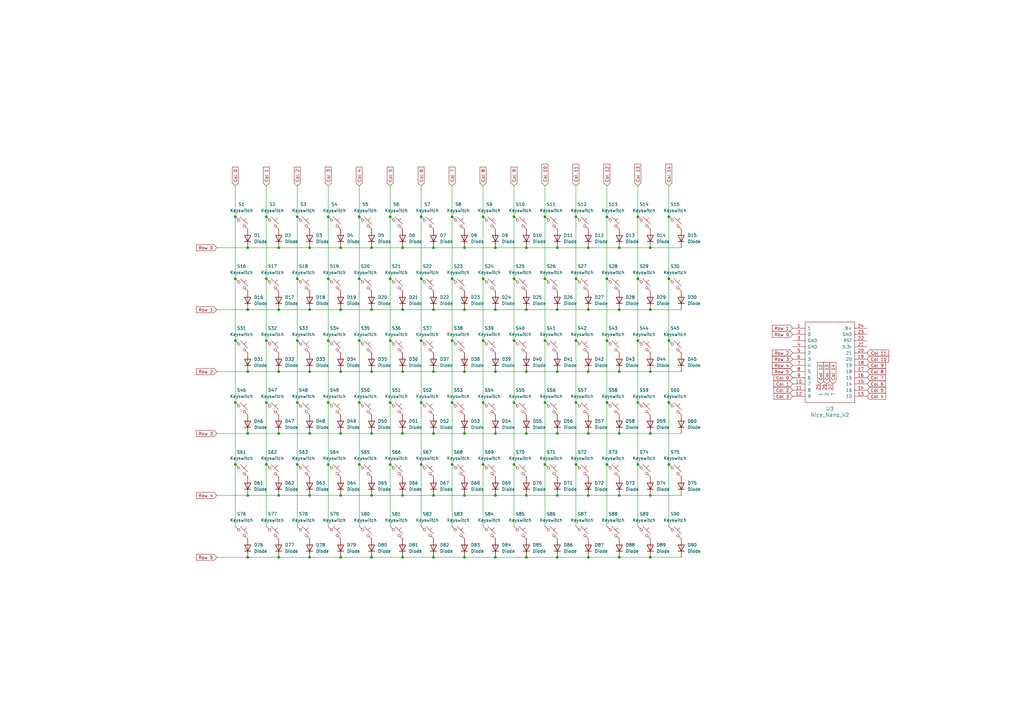
<source format=kicad_sch>
(kicad_sch (version 20250114) (generator "eeschema") (generator_version "9.0")
  (paper "A3")
  (junction (at 215.9 127))
  (junction (at 96.52 139.7))
  (junction (at 139.7 177.8))
  (junction (at 96.52 190.5))
  (junction (at 96.52 114.3))
  (junction (at 147.32 190.5))
  (junction (at 165.1 177.8))
  (junction (at 261.62 190.5))
  (junction (at 210.82 165.1))
  (junction (at 266.7 228.6))
  (junction (at 165.1 228.6))
  (junction (at 241.3 152.4))
  (junction (at 254 127))
  (junction (at 172.72 88.9))
  (junction (at 228.6 177.8))
  (junction (at 185.42 114.3))
  (junction (at 241.3 228.6))
  (junction (at 121.92 139.7))
  (junction (at 147.32 165.1))
  (junction (at 160.02 139.7))
  (junction (at 152.4 101.6))
  (junction (at 248.92 88.9))
  (junction (at 109.22 190.5))
  (junction (at 228.6 101.6))
  (junction (at 172.72 139.7))
  (junction (at 134.62 88.9))
  (junction (at 165.1 127))
  (junction (at 261.62 88.9))
  (junction (at 152.4 127))
  (junction (at 185.42 190.5))
  (junction (at 134.62 190.5))
  (junction (at 114.3 101.6))
  (junction (at 274.32 114.3))
  (junction (at 109.22 88.9))
  (junction (at 261.62 114.3))
  (junction (at 101.6 177.8))
  (junction (at 177.8 101.6))
  (junction (at 109.22 165.1))
  (junction (at 274.32 88.9))
  (junction (at 114.3 228.6))
  (junction (at 177.8 203.2))
  (junction (at 254 177.8))
  (junction (at 210.82 88.9))
  (junction (at 215.9 101.6))
  (junction (at 198.12 114.3))
  (junction (at 190.5 127))
  (junction (at 228.6 152.4))
  (junction (at 109.22 139.7))
  (junction (at 114.3 127))
  (junction (at 266.7 177.8))
  (junction (at 261.62 139.7))
  (junction (at 139.7 101.6))
  (junction (at 266.7 152.4))
  (junction (at 203.2 228.6))
  (junction (at 121.92 165.1))
  (junction (at 236.22 139.7))
  (junction (at 215.9 177.8))
  (junction (at 165.1 152.4))
  (junction (at 134.62 114.3))
  (junction (at 236.22 114.3))
  (junction (at 215.9 228.6))
  (junction (at 134.62 139.7))
  (junction (at 101.6 127))
  (junction (at 165.1 101.6))
  (junction (at 160.02 88.9))
  (junction (at 261.62 165.1))
  (junction (at 101.6 228.6))
  (junction (at 190.5 101.6))
  (junction (at 223.52 190.5))
  (junction (at 215.9 152.4))
  (junction (at 177.8 177.8))
  (junction (at 223.52 88.9))
  (junction (at 223.52 165.1))
  (junction (at 203.2 127))
  (junction (at 254 152.4))
  (junction (at 198.12 139.7))
  (junction (at 139.7 152.4))
  (junction (at 147.32 114.3))
  (junction (at 185.42 139.7))
  (junction (at 127 177.8))
  (junction (at 127 228.6))
  (junction (at 190.5 228.6))
  (junction (at 266.7 101.6))
  (junction (at 241.3 101.6))
  (junction (at 215.9 203.2))
  (junction (at 160.02 190.5))
  (junction (at 121.92 88.9))
  (junction (at 101.6 203.2))
  (junction (at 139.7 203.2))
  (junction (at 190.5 152.4))
  (junction (at 236.22 165.1))
  (junction (at 185.42 165.1))
  (junction (at 203.2 152.4))
  (junction (at 274.32 139.7))
  (junction (at 121.92 190.5))
  (junction (at 210.82 114.3))
  (junction (at 127 127))
  (junction (at 228.6 203.2))
  (junction (at 152.4 203.2))
  (junction (at 134.62 165.1))
  (junction (at 114.3 177.8))
  (junction (at 198.12 88.9))
  (junction (at 114.3 152.4))
  (junction (at 177.8 228.6))
  (junction (at 185.42 88.9))
  (junction (at 177.8 152.4))
  (junction (at 172.72 165.1))
  (junction (at 223.52 114.3))
  (junction (at 248.92 139.7))
  (junction (at 109.22 114.3))
  (junction (at 101.6 101.6))
  (junction (at 139.7 228.6))
  (junction (at 254 101.6))
  (junction (at 248.92 190.5))
  (junction (at 198.12 190.5))
  (junction (at 172.72 190.5))
  (junction (at 254 228.6))
  (junction (at 160.02 114.3))
  (junction (at 241.3 127))
  (junction (at 152.4 152.4))
  (junction (at 147.32 88.9))
  (junction (at 127 101.6))
  (junction (at 254 203.2))
  (junction (at 190.5 177.8))
  (junction (at 241.3 203.2))
  (junction (at 139.7 127))
  (junction (at 152.4 228.6))
  (junction (at 236.22 190.5))
  (junction (at 114.3 203.2))
  (junction (at 165.1 203.2))
  (junction (at 266.7 127))
  (junction (at 203.2 101.6))
  (junction (at 101.6 152.4))
  (junction (at 248.92 114.3))
  (junction (at 203.2 203.2))
  (junction (at 198.12 165.1))
  (junction (at 190.5 203.2))
  (junction (at 152.4 177.8))
  (junction (at 274.32 190.5))
  (junction (at 210.82 190.5))
  (junction (at 228.6 228.6))
  (junction (at 147.32 139.7))
  (junction (at 241.3 177.8))
  (junction (at 127 152.4))
  (junction (at 203.2 177.8))
  (junction (at 160.02 165.1))
  (junction (at 228.6 127))
  (junction (at 236.22 88.9))
  (junction (at 172.72 114.3))
  (junction (at 266.7 203.2))
  (junction (at 96.52 88.9))
  (junction (at 274.32 165.1))
  (junction (at 210.82 139.7))
  (junction (at 223.52 139.7))
  (junction (at 121.92 114.3))
  (junction (at 96.52 165.1))
  (junction (at 127 203.2))
  (junction (at 248.92 165.1))
  (junction (at 177.8 127))
  (wire (pts (xy 215.9 152.4) (xy 228.6 152.4)))
  (wire (pts (xy 147.32 190.5) (xy 147.32 215.9)))
  (wire (pts (xy 223.52 139.7) (xy 223.52 165.1)))
  (wire (pts (xy 88.9 101.6) (xy 101.6 101.6)))
  (wire (pts (xy 210.82 114.3) (xy 210.82 139.7)))
  (wire (pts (xy 274.32 139.7) (xy 274.32 165.1)))
  (wire (pts (xy 198.12 114.3) (xy 198.12 139.7)))
  (wire (pts (xy 223.52 76.2) (xy 223.52 88.9)))
  (wire (pts (xy 127 228.6) (xy 139.7 228.6)))
  (wire (pts (xy 147.32 114.3) (xy 147.32 139.7)))
  (wire (pts (xy 152.4 177.8) (xy 165.1 177.8)))
  (wire (pts (xy 139.7 228.6) (xy 152.4 228.6)))
  (wire (pts (xy 241.3 127) (xy 254 127)))
  (wire (pts (xy 109.22 139.7) (xy 109.22 165.1)))
  (wire (pts (xy 147.32 76.2) (xy 147.32 88.9)))
  (wire (pts (xy 210.82 88.9) (xy 210.82 114.3)))
  (wire (pts (xy 109.22 190.5) (xy 109.22 215.9)))
  (wire (pts (xy 248.92 114.3) (xy 248.92 139.7)))
  (wire (pts (xy 165.1 152.4) (xy 177.8 152.4)))
  (wire (pts (xy 274.32 190.5) (xy 274.32 215.9)))
  (wire (pts (xy 121.92 88.9) (xy 121.92 114.3)))
  (wire (pts (xy 198.12 88.9) (xy 198.12 114.3)))
  (wire (pts (xy 215.9 127) (xy 228.6 127)))
  (wire (pts (xy 127 177.8) (xy 139.7 177.8)))
  (wire (pts (xy 134.62 114.3) (xy 134.62 139.7)))
  (wire (pts (xy 215.9 177.8) (xy 228.6 177.8)))
  (wire (pts (xy 203.2 228.6) (xy 215.9 228.6)))
  (wire (pts (xy 101.6 228.6) (xy 114.3 228.6)))
  (wire (pts (xy 172.72 190.5) (xy 172.72 215.9)))
  (wire (pts (xy 185.42 165.1) (xy 185.42 190.5)))
  (wire (pts (xy 152.4 127) (xy 165.1 127)))
  (wire (pts (xy 96.52 88.9) (xy 96.52 114.3)))
  (wire (pts (xy 121.92 114.3) (xy 121.92 139.7)))
  (wire (pts (xy 160.02 139.7) (xy 160.02 165.1)))
  (wire (pts (xy 147.32 88.9) (xy 147.32 114.3)))
  (wire (pts (xy 228.6 101.6) (xy 241.3 101.6)))
  (wire (pts (xy 261.62 165.1) (xy 261.62 190.5)))
  (wire (pts (xy 228.6 203.2) (xy 241.3 203.2)))
  (wire (pts (xy 114.3 101.6) (xy 127 101.6)))
  (wire (pts (xy 165.1 101.6) (xy 177.8 101.6)))
  (wire (pts (xy 139.7 127) (xy 152.4 127)))
  (wire (pts (xy 139.7 101.6) (xy 152.4 101.6)))
  (wire (pts (xy 152.4 203.2) (xy 165.1 203.2)))
  (wire (pts (xy 134.62 76.2) (xy 134.62 88.9)))
  (wire (pts (xy 266.7 228.6) (xy 279.4 228.6)))
  (wire (pts (xy 121.92 76.2) (xy 121.92 88.9)))
  (wire (pts (xy 241.3 152.4) (xy 254 152.4)))
  (wire (pts (xy 185.42 139.7) (xy 185.42 165.1)))
  (wire (pts (xy 147.32 139.7) (xy 147.32 165.1)))
  (wire (pts (xy 266.7 177.8) (xy 279.4 177.8)))
  (wire (pts (xy 185.42 190.5) (xy 185.42 215.9)))
  (wire (pts (xy 203.2 203.2) (xy 215.9 203.2)))
  (wire (pts (xy 114.3 152.4) (xy 127 152.4)))
  (wire (pts (xy 185.42 88.9) (xy 185.42 114.3)))
  (wire (pts (xy 88.9 203.2) (xy 101.6 203.2)))
  (wire (pts (xy 215.9 228.6) (xy 228.6 228.6)))
  (wire (pts (xy 172.72 165.1) (xy 172.72 190.5)))
  (wire (pts (xy 274.32 88.9) (xy 274.32 114.3)))
  (wire (pts (xy 172.72 114.3) (xy 172.72 139.7)))
  (wire (pts (xy 96.52 165.1) (xy 96.52 190.5)))
  (wire (pts (xy 101.6 101.6) (xy 114.3 101.6)))
  (wire (pts (xy 261.62 139.7) (xy 261.62 165.1)))
  (wire (pts (xy 248.92 165.1) (xy 248.92 190.5)))
  (wire (pts (xy 160.02 114.3) (xy 160.02 139.7)))
  (wire (pts (xy 254 101.6) (xy 266.7 101.6)))
  (wire (pts (xy 114.3 127) (xy 127 127)))
  (wire (pts (xy 274.32 114.3) (xy 274.32 139.7)))
  (wire (pts (xy 254 228.6) (xy 266.7 228.6)))
  (wire (pts (xy 96.52 114.3) (xy 96.52 139.7)))
  (wire (pts (xy 165.1 127) (xy 177.8 127)))
  (wire (pts (xy 261.62 190.5) (xy 261.62 215.9)))
  (wire (pts (xy 254 177.8) (xy 266.7 177.8)))
  (wire (pts (xy 127 101.6) (xy 139.7 101.6)))
  (wire (pts (xy 228.6 228.6) (xy 241.3 228.6)))
  (wire (pts (xy 88.9 228.6) (xy 101.6 228.6)))
  (wire (pts (xy 203.2 127) (xy 215.9 127)))
  (wire (pts (xy 198.12 139.7) (xy 198.12 165.1)))
  (wire (pts (xy 248.92 88.9) (xy 248.92 114.3)))
  (wire (pts (xy 223.52 88.9) (xy 223.52 114.3)))
  (wire (pts (xy 101.6 203.2) (xy 114.3 203.2)))
  (wire (pts (xy 185.42 114.3) (xy 185.42 139.7)))
  (wire (pts (xy 190.5 228.6) (xy 203.2 228.6)))
  (wire (pts (xy 241.3 228.6) (xy 254 228.6)))
  (wire (pts (xy 121.92 190.5) (xy 121.92 215.9)))
  (wire (pts (xy 114.3 228.6) (xy 127 228.6)))
  (wire (pts (xy 241.3 203.2) (xy 254 203.2)))
  (wire (pts (xy 114.3 177.8) (xy 127 177.8)))
  (wire (pts (xy 127 127) (xy 139.7 127)))
  (wire (pts (xy 274.32 76.2) (xy 274.32 88.9)))
  (wire (pts (xy 177.8 127) (xy 190.5 127)))
  (wire (pts (xy 210.82 76.2) (xy 210.82 88.9)))
  (wire (pts (xy 254 127) (xy 266.7 127)))
  (wire (pts (xy 228.6 152.4) (xy 241.3 152.4)))
  (wire (pts (xy 109.22 114.3) (xy 109.22 139.7)))
  (wire (pts (xy 152.4 101.6) (xy 165.1 101.6)))
  (wire (pts (xy 160.02 165.1) (xy 160.02 190.5)))
  (wire (pts (xy 254 203.2) (xy 266.7 203.2)))
  (wire (pts (xy 177.8 228.6) (xy 190.5 228.6)))
  (wire (pts (xy 203.2 101.6) (xy 215.9 101.6)))
  (wire (pts (xy 223.52 114.3) (xy 223.52 139.7)))
  (wire (pts (xy 254 152.4) (xy 266.7 152.4)))
  (wire (pts (xy 266.7 101.6) (xy 279.4 101.6)))
  (wire (pts (xy 165.1 177.8) (xy 177.8 177.8)))
  (wire (pts (xy 210.82 139.7) (xy 210.82 165.1)))
  (wire (pts (xy 223.52 165.1) (xy 223.52 190.5)))
  (wire (pts (xy 236.22 88.9) (xy 236.22 114.3)))
  (wire (pts (xy 134.62 190.5) (xy 134.62 215.9)))
  (wire (pts (xy 203.2 152.4) (xy 215.9 152.4)))
  (wire (pts (xy 96.52 190.5) (xy 96.52 215.9)))
  (wire (pts (xy 190.5 203.2) (xy 203.2 203.2)))
  (wire (pts (xy 190.5 152.4) (xy 203.2 152.4)))
  (wire (pts (xy 172.72 76.2) (xy 172.72 88.9)))
  (wire (pts (xy 147.32 165.1) (xy 147.32 190.5)))
  (wire (pts (xy 215.9 203.2) (xy 228.6 203.2)))
  (wire (pts (xy 228.6 127) (xy 241.3 127)))
  (wire (pts (xy 198.12 165.1) (xy 198.12 190.5)))
  (wire (pts (xy 203.2 177.8) (xy 215.9 177.8)))
  (wire (pts (xy 177.8 152.4) (xy 190.5 152.4)))
  (wire (pts (xy 109.22 165.1) (xy 109.22 190.5)))
  (wire (pts (xy 109.22 88.9) (xy 109.22 114.3)))
  (wire (pts (xy 88.9 152.4) (xy 101.6 152.4)))
  (wire (pts (xy 101.6 177.8) (xy 114.3 177.8)))
  (wire (pts (xy 177.8 177.8) (xy 190.5 177.8)))
  (wire (pts (xy 210.82 190.5) (xy 210.82 215.9)))
  (wire (pts (xy 266.7 152.4) (xy 279.4 152.4)))
  (wire (pts (xy 177.8 203.2) (xy 190.5 203.2)))
  (wire (pts (xy 236.22 190.5) (xy 236.22 215.9)))
  (wire (pts (xy 185.42 76.2) (xy 185.42 88.9)))
  (wire (pts (xy 88.9 177.8) (xy 101.6 177.8)))
  (wire (pts (xy 228.6 177.8) (xy 241.3 177.8)))
  (wire (pts (xy 139.7 152.4) (xy 152.4 152.4)))
  (wire (pts (xy 165.1 228.6) (xy 177.8 228.6)))
  (wire (pts (xy 236.22 76.2) (xy 236.22 88.9)))
  (wire (pts (xy 266.7 203.2) (xy 279.4 203.2)))
  (wire (pts (xy 101.6 127) (xy 114.3 127)))
  (wire (pts (xy 165.1 203.2) (xy 177.8 203.2)))
  (wire (pts (xy 139.7 177.8) (xy 152.4 177.8)))
  (wire (pts (xy 96.52 139.7) (xy 96.52 165.1)))
  (wire (pts (xy 134.62 165.1) (xy 134.62 190.5)))
  (wire (pts (xy 198.12 190.5) (xy 198.12 215.9)))
  (wire (pts (xy 241.3 101.6) (xy 254 101.6)))
  (wire (pts (xy 210.82 165.1) (xy 210.82 190.5)))
  (wire (pts (xy 172.72 88.9) (xy 172.72 114.3)))
  (wire (pts (xy 190.5 127) (xy 203.2 127)))
  (wire (pts (xy 134.62 139.7) (xy 134.62 165.1)))
  (wire (pts (xy 266.7 127) (xy 279.4 127)))
  (wire (pts (xy 241.3 177.8) (xy 254 177.8)))
  (wire (pts (xy 96.52 76.2) (xy 96.52 88.9)))
  (wire (pts (xy 198.12 76.2) (xy 198.12 88.9)))
  (wire (pts (xy 114.3 203.2) (xy 127 203.2)))
  (wire (pts (xy 160.02 88.9) (xy 160.02 114.3)))
  (wire (pts (xy 127 203.2) (xy 139.7 203.2)))
  (wire (pts (xy 236.22 165.1) (xy 236.22 190.5)))
  (wire (pts (xy 190.5 101.6) (xy 203.2 101.6)))
  (wire (pts (xy 172.72 139.7) (xy 172.72 165.1)))
  (wire (pts (xy 139.7 203.2) (xy 152.4 203.2)))
  (wire (pts (xy 248.92 76.2) (xy 248.92 88.9)))
  (wire (pts (xy 160.02 190.5) (xy 160.02 215.9)))
  (wire (pts (xy 261.62 76.2) (xy 261.62 88.9)))
  (wire (pts (xy 134.62 88.9) (xy 134.62 114.3)))
  (wire (pts (xy 223.52 190.5) (xy 223.52 215.9)))
  (wire (pts (xy 190.5 177.8) (xy 203.2 177.8)))
  (wire (pts (xy 152.4 228.6) (xy 165.1 228.6)))
  (wire (pts (xy 261.62 88.9) (xy 261.62 114.3)))
  (wire (pts (xy 152.4 152.4) (xy 165.1 152.4)))
  (wire (pts (xy 109.22 76.2) (xy 109.22 88.9)))
  (wire (pts (xy 248.92 139.7) (xy 248.92 165.1)))
  (wire (pts (xy 248.92 190.5) (xy 248.92 215.9)))
  (wire (pts (xy 215.9 101.6) (xy 228.6 101.6)))
  (wire (pts (xy 274.32 165.1) (xy 274.32 190.5)))
  (wire (pts (xy 236.22 139.7) (xy 236.22 165.1)))
  (wire (pts (xy 101.6 152.4) (xy 114.3 152.4)))
  (wire (pts (xy 127 152.4) (xy 139.7 152.4)))
  (wire (pts (xy 121.92 139.7) (xy 121.92 165.1)))
  (wire (pts (xy 177.8 101.6) (xy 190.5 101.6)))
  (wire (pts (xy 121.92 165.1) (xy 121.92 190.5)))
  (wire (pts (xy 261.62 114.3) (xy 261.62 139.7)))
  (wire (pts (xy 236.22 114.3) (xy 236.22 139.7)))
  (wire (pts (xy 88.9 127) (xy 101.6 127)))
  (wire (pts (xy 160.02 76.2) (xy 160.02 88.9)))
  (global_label "Col 14" (shape input) (at 341.63 157.48 90) (property "Intersheetrefs" "${INTERSHEET_REFS}" (effects (hide yes))))
  (global_label "Col 14" (shape input) (at 274.32 76.2 90) (property "Intersheetrefs" "${INTERSHEET_REFS}" (effects (hide yes))))
  (global_label "Col 1" (shape input) (at 109.22 76.2 90) (property "Intersheetrefs" "${INTERSHEET_REFS}" (effects (hide yes))))
  (global_label "Row 3" (shape input) (at 325.12 147.32 180) (property "Intersheetrefs" "${INTERSHEET_REFS}" (effects (hide yes))))
  (global_label "Col 4" (shape input) (at 147.32 76.2 90) (property "Intersheetrefs" "${INTERSHEET_REFS}" (effects (hide yes))))
  (global_label "Col 6" (shape input) (at 355.6 157.48 0) (property "Intersheetrefs" "${INTERSHEET_REFS}" (effects (hide yes))))
  (global_label "Col 2" (shape input) (at 325.12 160.02 180) (property "Intersheetrefs" "${INTERSHEET_REFS}" (effects (hide yes))))
  (global_label "Col 11" (shape input) (at 355.6 144.78 0) (property "Intersheetrefs" "${INTERSHEET_REFS}" (effects (hide yes))))
  (global_label "Row 3" (shape input) (at 88.9 177.8 180) (property "Intersheetrefs" "${INTERSHEET_REFS}" (effects (hide yes))))
  (global_label "Col 12" (shape input) (at 248.92 76.2 90) (property "Intersheetrefs" "${INTERSHEET_REFS}" (effects (hide yes))))
  (global_label "Col 9" (shape input) (at 355.6 149.86 0) (property "Intersheetrefs" "${INTERSHEET_REFS}" (effects (hide yes))))
  (global_label "Col 3" (shape input) (at 325.12 162.56 180) (property "Intersheetrefs" "${INTERSHEET_REFS}" (effects (hide yes))))
  (global_label "Row 4" (shape input) (at 88.9 203.2 180) (property "Intersheetrefs" "${INTERSHEET_REFS}" (effects (hide yes))))
  (global_label "Row 2" (shape input) (at 325.12 144.78 180) (property "Intersheetrefs" "${INTERSHEET_REFS}" (effects (hide yes))))
  (global_label "Col 10" (shape input) (at 223.52 76.2 90) (property "Intersheetrefs" "${INTERSHEET_REFS}" (effects (hide yes))))
  (global_label "Row 4" (shape input) (at 325.12 149.86 180) (property "Intersheetrefs" "${INTERSHEET_REFS}" (effects (hide yes))))
  (global_label "Col 12" (shape input) (at 336.55 157.48 90) (property "Intersheetrefs" "${INTERSHEET_REFS}" (effects (hide yes))))
  (global_label "Row 0" (shape input) (at 88.9 101.6 180) (property "Intersheetrefs" "${INTERSHEET_REFS}" (effects (hide yes))))
  (global_label "Col 4" (shape input) (at 355.6 162.56 0) (property "Intersheetrefs" "${INTERSHEET_REFS}" (effects (hide yes))))
  (global_label "Col 2" (shape input) (at 121.92 76.2 90) (property "Intersheetrefs" "${INTERSHEET_REFS}" (effects (hide yes))))
  (global_label "Col 3" (shape input) (at 134.62 76.2 90) (property "Intersheetrefs" "${INTERSHEET_REFS}" (effects (hide yes))))
  (global_label "Col 13" (shape input) (at 339.09 157.48 90) (property "Intersheetrefs" "${INTERSHEET_REFS}" (effects (hide yes))))
  (global_label "Row 0" (shape input) (at 325.12 137.16 180) (property "Intersheetrefs" "${INTERSHEET_REFS}" (effects (hide yes))))
  (global_label "Row 5" (shape input) (at 88.9 228.6 180) (property "Intersheetrefs" "${INTERSHEET_REFS}" (effects (hide yes))))
  (global_label "Row 2" (shape input) (at 88.9 152.4 180) (property "Intersheetrefs" "${INTERSHEET_REFS}" (effects (hide yes))))
  (global_label "Col 5" (shape input) (at 355.6 160.02 0) (property "Intersheetrefs" "${INTERSHEET_REFS}" (effects (hide yes))))
  (global_label "Col 0" (shape input) (at 96.52 76.2 90) (property "Intersheetrefs" "${INTERSHEET_REFS}" (effects (hide yes))))
  (global_label "Col 9" (shape input) (at 210.82 76.2 90) (property "Intersheetrefs" "${INTERSHEET_REFS}" (effects (hide yes))))
  (global_label "Col 13" (shape input) (at 261.62 76.2 90) (property "Intersheetrefs" "${INTERSHEET_REFS}" (effects (hide yes))))
  (global_label "Col 1" (shape input) (at 325.12 157.48 180) (property "Intersheetrefs" "${INTERSHEET_REFS}" (effects (hide yes))))
  (global_label "Col 7" (shape input) (at 185.42 76.2 90) (property "Intersheetrefs" "${INTERSHEET_REFS}" (effects (hide yes))))
  (global_label "Col 5" (shape input) (at 160.02 76.2 90) (property "Intersheetrefs" "${INTERSHEET_REFS}" (effects (hide yes))))
  (global_label "Col 10" (shape input) (at 355.6 147.32 0) (property "Intersheetrefs" "${INTERSHEET_REFS}" (effects (hide yes))))
  (global_label "Col 11" (shape input) (at 236.22 76.2 90) (property "Intersheetrefs" "${INTERSHEET_REFS}" (effects (hide yes))))
  (global_label "Col 8" (shape input) (at 355.6 152.4 0) (property "Intersheetrefs" "${INTERSHEET_REFS}" (effects (hide yes))))
  (global_label "Row 5" (shape input) (at 325.12 152.4 180) (property "Intersheetrefs" "${INTERSHEET_REFS}" (effects (hide yes))))
  (global_label "Col 8" (shape input) (at 198.12 76.2 90) (property "Intersheetrefs" "${INTERSHEET_REFS}" (effects (hide yes))))
  (global_label "Row 1" (shape input) (at 88.9 127 180) (property "Intersheetrefs" "${INTERSHEET_REFS}" (effects (hide yes))))
  (global_label "Col 0" (shape input) (at 325.12 154.94 180) (property "Intersheetrefs" "${INTERSHEET_REFS}" (effects (hide yes))))
  (global_label "Col 7" (shape input) (at 355.6 154.94 0) (property "Intersheetrefs" "${INTERSHEET_REFS}" (effects (hide yes))))
  (global_label "Row 1" (shape input) (at 325.12 134.62 180) (property "Intersheetrefs" "${INTERSHEET_REFS}" (effects (hide yes))))
  (global_label "Col 6" (shape input) (at 172.72 76.2 90) (property "Intersheetrefs" "${INTERSHEET_REFS}" (effects (hide yes))))
  (symbol (lib_id "ScottoKeebs:Placeholder_Keyswitch") (at 200.66 167.64 0) (unit 1)
    (property "Reference" "S54" (at 200.66 160.02 0))
    (property "Value" "Keyswitch" (at 200.66 162.56 0))
    (property "Footprint" "ScottoKeebs_Hotswap:Hotswap_MX_1.00u" (effects (hide yes)))
    (property "Description" "Push button switch, normally open, two pins, 45° tilted" (effects (hide yes)))
  )
  (symbol (lib_id "ScottoKeebs:Placeholder_Keyswitch") (at 124.46 167.64 0) (unit 1)
    (property "Reference" "S48" (at 124.46 160.02 0))
    (property "Value" "Keyswitch" (at 124.46 162.56 0))
    (property "Footprint" "ScottoKeebs_Hotswap:Hotswap_MX_1.00u" (effects (hide yes)))
    (property "Description" "Push button switch, normally open, two pins, 45° tilted" (effects (hide yes)))
  )
  (symbol (lib_id "ScottoKeebs:Placeholder_Keyswitch") (at 200.66 91.44 0) (unit 1)
    (property "Reference" "S9" (at 200.66 83.82 0))
    (property "Value" "Keyswitch" (at 200.66 86.36 0))
    (property "Footprint" "ScottoKeebs_Hotswap:Hotswap_MX_1.00u" (effects (hide yes)))
    (property "Description" "Push button switch, normally open, two pins, 45° tilted" (effects (hide yes)))
  )
  (symbol (lib_id "ScottoKeebs:Placeholder_Diode") (at 165.1 224.79 90) (unit 1)
    (property "Reference" "D81" (at 167.64 223.5199 90) (effects (justify right)))
    (property "Value" "Diode" (at 167.64 226.0599 90) (effects (justify right)))
    (property "Footprint" "ScottoKeebs_Components:Diode_DO-35" (effects (hide yes)))
    (property "Description" "1N4148 (DO-35) or 1N4148W (SOD-123)" (effects (hide yes)))
    (property "Sim.Device" "D" (effects (hide yes)))
    (property "Sim.Pins" "1=K 2=A" (effects (hide yes)))
  )
  (symbol (lib_id "ScottoKeebs:Placeholder_Keyswitch") (at 149.86 116.84 0) (unit 1)
    (property "Reference" "S20" (at 149.86 109.22 0))
    (property "Value" "Keyswitch" (at 149.86 111.76 0))
    (property "Footprint" "ScottoKeebs_Hotswap:Hotswap_MX_1.00u" (effects (hide yes)))
    (property "Description" "Push button switch, normally open, two pins, 45° tilted" (effects (hide yes)))
  )
  (symbol (lib_id "ScottoKeebs:Placeholder_Diode") (at 254 173.99 90) (unit 1)
    (property "Reference" "D58" (at 256.54 172.7199 90) (effects (justify right)))
    (property "Value" "Diode" (at 256.54 175.2599 90) (effects (justify right)))
    (property "Footprint" "ScottoKeebs_Components:Diode_DO-35" (effects (hide yes)))
    (property "Description" "1N4148 (DO-35) or 1N4148W (SOD-123)" (effects (hide yes)))
    (property "Sim.Device" "D" (effects (hide yes)))
    (property "Sim.Pins" "1=K 2=A" (effects (hide yes)))
  )
  (symbol (lib_id "ScottoKeebs:Placeholder_Diode") (at 177.8 199.39 90) (unit 1)
    (property "Reference" "D67" (at 180.34 198.1199 90) (effects (justify right)))
    (property "Value" "Diode" (at 180.34 200.6599 90) (effects (justify right)))
    (property "Footprint" "ScottoKeebs_Components:Diode_DO-35" (effects (hide yes)))
    (property "Description" "1N4148 (DO-35) or 1N4148W (SOD-123)" (effects (hide yes)))
    (property "Sim.Device" "D" (effects (hide yes)))
    (property "Sim.Pins" "1=K 2=A" (effects (hide yes)))
  )
  (symbol (lib_id "ScottoKeebs:Placeholder_Keyswitch") (at 213.36 91.44 0) (unit 1)
    (property "Reference" "S10" (at 213.36 83.82 0))
    (property "Value" "Keyswitch" (at 213.36 86.36 0))
    (property "Footprint" "ScottoKeebs_Hotswap:Hotswap_MX_1.00u" (effects (hide yes)))
    (property "Description" "Push button switch, normally open, two pins, 45° tilted" (effects (hide yes)))
  )
  (symbol (lib_id "ScottoKeebs:Placeholder_Keyswitch") (at 162.56 218.44 0) (unit 1)
    (property "Reference" "S81" (at 162.56 210.82 0))
    (property "Value" "Keyswitch" (at 162.56 213.36 0))
    (property "Footprint" "ScottoKeebs_Hotswap:Hotswap_MX_1.00u" (effects (hide yes)))
    (property "Description" "Push button switch, normally open, two pins, 45° tilted" (effects (hide yes)))
  )
  (symbol (lib_id "ScottoKeebs:Placeholder_Diode") (at 114.3 199.39 90) (unit 1)
    (property "Reference" "D62" (at 116.84 198.1199 90) (effects (justify right)))
    (property "Value" "Diode" (at 116.84 200.6599 90) (effects (justify right)))
    (property "Footprint" "ScottoKeebs_Components:Diode_DO-35" (effects (hide yes)))
    (property "Description" "1N4148 (DO-35) or 1N4148W (SOD-123)" (effects (hide yes)))
    (property "Sim.Device" "D" (effects (hide yes)))
    (property "Sim.Pins" "1=K 2=A" (effects (hide yes)))
  )
  (symbol (lib_id "ScottoKeebs:Placeholder_Keyswitch") (at 264.16 142.24 0) (unit 1)
    (property "Reference" "S44" (at 264.16 134.62 0))
    (property "Value" "Keyswitch" (at 264.16 137.16 0))
    (property "Footprint" "ScottoKeebs_Hotswap:Hotswap_MX_1.00u" (effects (hide yes)))
    (property "Description" "Push button switch, normally open, two pins, 45° tilted" (effects (hide yes)))
  )
  (symbol (lib_id "ScottoKeebs:Placeholder_Keyswitch") (at 137.16 116.84 0) (unit 1)
    (property "Reference" "S19" (at 137.16 109.22 0))
    (property "Value" "Keyswitch" (at 137.16 111.76 0))
    (property "Footprint" "ScottoKeebs_Hotswap:Hotswap_MX_1.00u" (effects (hide yes)))
    (property "Description" "Push button switch, normally open, two pins, 45° tilted" (effects (hide yes)))
  )
  (symbol (lib_id "ScottoKeebs:Placeholder_Keyswitch") (at 124.46 193.04 0) (unit 1)
    (property "Reference" "S63" (at 124.46 185.42 0))
    (property "Value" "Keyswitch" (at 124.46 187.96 0))
    (property "Footprint" "ScottoKeebs_Hotswap:Hotswap_MX_1.00u" (effects (hide yes)))
    (property "Description" "Push button switch, normally open, two pins, 45° tilted" (effects (hide yes)))
  )
  (symbol (lib_id "ScottoKeebs:Placeholder_Diode") (at 241.3 97.79 90) (unit 1)
    (property "Reference" "D12" (at 243.84 96.5199 90) (effects (justify right)))
    (property "Value" "Diode" (at 243.84 99.0599 90) (effects (justify right)))
    (property "Footprint" "ScottoKeebs_Components:Diode_DO-35" (effects (hide yes)))
    (property "Description" "1N4148 (DO-35) or 1N4148W (SOD-123)" (effects (hide yes)))
    (property "Sim.Device" "D" (effects (hide yes)))
    (property "Sim.Pins" "1=K 2=A" (effects (hide yes)))
  )
  (symbol (lib_id "ScottoKeebs:Placeholder_Keyswitch") (at 187.96 193.04 0) (unit 1)
    (property "Reference" "S68" (at 187.96 185.42 0))
    (property "Value" "Keyswitch" (at 187.96 187.96 0))
    (property "Footprint" "ScottoKeebs_Hotswap:Hotswap_MX_1.00u" (effects (hide yes)))
    (property "Description" "Push button switch, normally open, two pins, 45° tilted" (effects (hide yes)))
  )
  (symbol (lib_id "ScottoKeebs:Placeholder_Diode") (at 215.9 123.19 90) (unit 1)
    (property "Reference" "D25" (at 218.44 121.9199 90) (effects (justify right)))
    (property "Value" "Diode" (at 218.44 124.4599 90) (effects (justify right)))
    (property "Footprint" "ScottoKeebs_Components:Diode_DO-35" (effects (hide yes)))
    (property "Description" "1N4148 (DO-35) or 1N4148W (SOD-123)" (effects (hide yes)))
    (property "Sim.Device" "D" (effects (hide yes)))
    (property "Sim.Pins" "1=K 2=A" (effects (hide yes)))
  )
  (symbol (lib_id "ScottoKeebs:Placeholder_Keyswitch") (at 276.86 91.44 0) (unit 1)
    (property "Reference" "S15" (at 276.86 83.82 0))
    (property "Value" "Keyswitch" (at 276.86 86.36 0))
    (property "Footprint" "ScottoKeebs_Hotswap:Hotswap_MX_1.00u" (effects (hide yes)))
    (property "Description" "Push button switch, normally open, two pins, 45° tilted" (effects (hide yes)))
  )
  (symbol (lib_id "ScottoKeebs:Placeholder_Diode") (at 279.4 148.59 90) (unit 1)
    (property "Reference" "D45" (at 281.94 147.3199 90) (effects (justify right)))
    (property "Value" "Diode" (at 281.94 149.8599 90) (effects (justify right)))
    (property "Footprint" "ScottoKeebs_Components:Diode_DO-35" (effects (hide yes)))
    (property "Description" "1N4148 (DO-35) or 1N4148W (SOD-123)" (effects (hide yes)))
    (property "Sim.Device" "D" (effects (hide yes)))
    (property "Sim.Pins" "1=K 2=A" (effects (hide yes)))
  )
  (symbol (lib_id "ScottoKeebs:Placeholder_Diode") (at 101.6 199.39 90) (unit 1)
    (property "Reference" "D61" (at 104.14 198.1199 90) (effects (justify right)))
    (property "Value" "Diode" (at 104.14 200.6599 90) (effects (justify right)))
    (property "Footprint" "ScottoKeebs_Components:Diode_DO-35" (effects (hide yes)))
    (property "Description" "1N4148 (DO-35) or 1N4148W (SOD-123)" (effects (hide yes)))
    (property "Sim.Device" "D" (effects (hide yes)))
    (property "Sim.Pins" "1=K 2=A" (effects (hide yes)))
  )
  (symbol (lib_id "ScottoKeebs:Placeholder_Diode") (at 228.6 199.39 90) (unit 1)
    (property "Reference" "D71" (at 231.14 198.1199 90) (effects (justify right)))
    (property "Value" "Diode" (at 231.14 200.6599 90) (effects (justify right)))
    (property "Footprint" "ScottoKeebs_Components:Diode_DO-35" (effects (hide yes)))
    (property "Description" "1N4148 (DO-35) or 1N4148W (SOD-123)" (effects (hide yes)))
    (property "Sim.Device" "D" (effects (hide yes)))
    (property "Sim.Pins" "1=K 2=A" (effects (hide yes)))
  )
  (symbol (lib_id "ScottoKeebs:Placeholder_Keyswitch") (at 251.46 116.84 0) (unit 1)
    (property "Reference" "S28" (at 251.46 109.22 0))
    (property "Value" "Keyswitch" (at 251.46 111.76 0))
    (property "Footprint" "ScottoKeebs_Hotswap:Hotswap_MX_1.00u" (effects (hide yes)))
    (property "Description" "Push button switch, normally open, two pins, 45° tilted" (effects (hide yes)))
  )
  (symbol (lib_id "ScottoKeebs:Placeholder_Keyswitch") (at 99.06 116.84 0) (unit 1)
    (property "Reference" "S16" (at 99.06 109.22 0))
    (property "Value" "Keyswitch" (at 99.06 111.76 0))
    (property "Footprint" "ScottoKeebs_Hotswap:Hotswap_MX_1.00u" (effects (hide yes)))
    (property "Description" "Push button switch, normally open, two pins, 45° tilted" (effects (hide yes)))
  )
  (symbol (lib_id "ScottoKeebs:Placeholder_Keyswitch") (at 137.16 91.44 0) (unit 1)
    (property "Reference" "S4" (at 137.16 83.82 0))
    (property "Value" "Keyswitch" (at 137.16 86.36 0))
    (property "Footprint" "ScottoKeebs_Hotswap:Hotswap_MX_1.00u" (effects (hide yes)))
    (property "Description" "Push button switch, normally open, two pins, 45° tilted" (effects (hide yes)))
  )
  (symbol (lib_id "ScottoKeebs:Placeholder_Diode") (at 165.1 123.19 90) (unit 1)
    (property "Reference" "D21" (at 167.64 121.9199 90) (effects (justify right)))
    (property "Value" "Diode" (at 167.64 124.4599 90) (effects (justify right)))
    (property "Footprint" "ScottoKeebs_Components:Diode_DO-35" (effects (hide yes)))
    (property "Description" "1N4148 (DO-35) or 1N4148W (SOD-123)" (effects (hide yes)))
    (property "Sim.Device" "D" (effects (hide yes)))
    (property "Sim.Pins" "1=K 2=A" (effects (hide yes)))
  )
  (symbol (lib_id "ScottoKeebs:Placeholder_Diode") (at 266.7 173.99 90) (unit 1)
    (property "Reference" "D59" (at 269.24 172.7199 90) (effects (justify right)))
    (property "Value" "Diode" (at 269.24 175.2599 90) (effects (justify right)))
    (property "Footprint" "ScottoKeebs_Components:Diode_DO-35" (effects (hide yes)))
    (property "Description" "1N4148 (DO-35) or 1N4148W (SOD-123)" (effects (hide yes)))
    (property "Sim.Device" "D" (effects (hide yes)))
    (property "Sim.Pins" "1=K 2=A" (effects (hide yes)))
  )
  (symbol (lib_id "ScottoKeebs:Placeholder_Keyswitch") (at 187.96 116.84 0) (unit 1)
    (property "Reference" "S23" (at 187.96 109.22 0))
    (property "Value" "Keyswitch" (at 187.96 111.76 0))
    (property "Footprint" "ScottoKeebs_Hotswap:Hotswap_MX_1.00u" (effects (hide yes)))
    (property "Description" "Push button switch, normally open, two pins, 45° tilted" (effects (hide yes)))
  )
  (symbol (lib_id "ScottoKeebs:MCU_Nice_Nano_V2") (at 340.36 148.59 0) (unit 1)
    (property "Reference" "U3" (at 340.36 167.64 0) (effects (font (size 1.524 1.524))))
    (property "Value" "Nice_Nano_V2" (at 340.36 170.18 0) (effects (font (size 1.524 1.524))))
    (property "Footprint" "ScottoKeebs_MCU:Nice_Nano_V2" (effects (hide yes)))
  )
  (symbol (lib_id "ScottoKeebs:Placeholder_Diode") (at 127 173.99 90) (unit 1)
    (property "Reference" "D48" (at 129.54 172.7199 90) (effects (justify right)))
    (property "Value" "Diode" (at 129.54 175.2599 90) (effects (justify right)))
    (property "Footprint" "ScottoKeebs_Components:Diode_DO-35" (effects (hide yes)))
    (property "Description" "1N4148 (DO-35) or 1N4148W (SOD-123)" (effects (hide yes)))
    (property "Sim.Device" "D" (effects (hide yes)))
    (property "Sim.Pins" "1=K 2=A" (effects (hide yes)))
  )
  (symbol (lib_id "ScottoKeebs:Placeholder_Diode") (at 165.1 97.79 90) (unit 1)
    (property "Reference" "D6" (at 167.64 96.5199 90) (effects (justify right)))
    (property "Value" "Diode" (at 167.64 99.0599 90) (effects (justify right)))
    (property "Footprint" "ScottoKeebs_Components:Diode_DO-35" (effects (hide yes)))
    (property "Description" "1N4148 (DO-35) or 1N4148W (SOD-123)" (effects (hide yes)))
    (property "Sim.Device" "D" (effects (hide yes)))
    (property "Sim.Pins" "1=K 2=A" (effects (hide yes)))
  )
  (symbol (lib_id "ScottoKeebs:Placeholder_Keyswitch") (at 200.66 218.44 0) (unit 1)
    (property "Reference" "S84" (at 200.66 210.82 0))
    (property "Value" "Keyswitch" (at 200.66 213.36 0))
    (property "Footprint" "ScottoKeebs_Hotswap:Hotswap_MX_1.00u" (effects (hide yes)))
    (property "Description" "Push button switch, normally open, two pins, 45° tilted" (effects (hide yes)))
  )
  (symbol (lib_id "ScottoKeebs:Placeholder_Keyswitch") (at 99.06 91.44 0) (unit 1)
    (property "Reference" "S1" (at 99.06 83.82 0))
    (property "Value" "Keyswitch" (at 99.06 86.36 0))
    (property "Footprint" "ScottoKeebs_Hotswap:Hotswap_MX_1.00u" (effects (hide yes)))
    (property "Description" "Push button switch, normally open, two pins, 45° tilted" (effects (hide yes)))
  )
  (symbol (lib_id "ScottoKeebs:Placeholder_Keyswitch") (at 276.86 142.24 0) (unit 1)
    (property "Reference" "S45" (at 276.86 134.62 0))
    (property "Value" "Keyswitch" (at 276.86 137.16 0))
    (property "Footprint" "ScottoKeebs_Hotswap:Hotswap_MX_1.00u" (effects (hide yes)))
    (property "Description" "Push button switch, normally open, two pins, 45° tilted" (effects (hide yes)))
  )
  (symbol (lib_id "ScottoKeebs:Placeholder_Diode") (at 203.2 173.99 90) (unit 1)
    (property "Reference" "D54" (at 205.74 172.7199 90) (effects (justify right)))
    (property "Value" "Diode" (at 205.74 175.2599 90) (effects (justify right)))
    (property "Footprint" "ScottoKeebs_Components:Diode_DO-35" (effects (hide yes)))
    (property "Description" "1N4148 (DO-35) or 1N4148W (SOD-123)" (effects (hide yes)))
    (property "Sim.Device" "D" (effects (hide yes)))
    (property "Sim.Pins" "1=K 2=A" (effects (hide yes)))
  )
  (symbol (lib_id "ScottoKeebs:Placeholder_Keyswitch") (at 137.16 167.64 0) (unit 1)
    (property "Reference" "S49" (at 137.16 160.02 0))
    (property "Value" "Keyswitch" (at 137.16 162.56 0))
    (property "Footprint" "ScottoKeebs_Hotswap:Hotswap_MX_1.00u" (effects (hide yes)))
    (property "Description" "Push button switch, normally open, two pins, 45° tilted" (effects (hide yes)))
  )
  (symbol (lib_id "ScottoKeebs:Placeholder_Keyswitch") (at 99.06 142.24 0) (unit 1)
    (property "Reference" "S31" (at 99.06 134.62 0))
    (property "Value" "Keyswitch" (at 99.06 137.16 0))
    (property "Footprint" "ScottoKeebs_Hotswap:Hotswap_MX_1.00u" (effects (hide yes)))
    (property "Description" "Push button switch, normally open, two pins, 45° tilted" (effects (hide yes)))
  )
  (symbol (lib_id "ScottoKeebs:Placeholder_Diode") (at 165.1 173.99 90) (unit 1)
    (property "Reference" "D51" (at 167.64 172.7199 90) (effects (justify right)))
    (property "Value" "Diode" (at 167.64 175.2599 90) (effects (justify right)))
    (property "Footprint" "ScottoKeebs_Components:Diode_DO-35" (effects (hide yes)))
    (property "Description" "1N4148 (DO-35) or 1N4148W (SOD-123)" (effects (hide yes)))
    (property "Sim.Device" "D" (effects (hide yes)))
    (property "Sim.Pins" "1=K 2=A" (effects (hide yes)))
  )
  (symbol (lib_id "ScottoKeebs:Placeholder_Diode") (at 177.8 97.79 90) (unit 1)
    (property "Reference" "D7" (at 180.34 96.5199 90) (effects (justify right)))
    (property "Value" "Diode" (at 180.34 99.0599 90) (effects (justify right)))
    (property "Footprint" "ScottoKeebs_Components:Diode_DO-35" (effects (hide yes)))
    (property "Description" "1N4148 (DO-35) or 1N4148W (SOD-123)" (effects (hide yes)))
    (property "Sim.Device" "D" (effects (hide yes)))
    (property "Sim.Pins" "1=K 2=A" (effects (hide yes)))
  )
  (symbol (lib_id "ScottoKeebs:Placeholder_Keyswitch") (at 276.86 116.84 0) (unit 1)
    (property "Reference" "S30" (at 276.86 109.22 0))
    (property "Value" "Keyswitch" (at 276.86 111.76 0))
    (property "Footprint" "ScottoKeebs_Hotswap:Hotswap_MX_1.00u" (effects (hide yes)))
    (property "Description" "Push button switch, normally open, two pins, 45° tilted" (effects (hide yes)))
  )
  (symbol (lib_id "ScottoKeebs:Placeholder_Diode") (at 228.6 224.79 90) (unit 1)
    (property "Reference" "D86" (at 231.14 223.5199 90) (effects (justify right)))
    (property "Value" "Diode" (at 231.14 226.0599 90) (effects (justify right)))
    (property "Footprint" "ScottoKeebs_Components:Diode_DO-35" (effects (hide yes)))
    (property "Description" "1N4148 (DO-35) or 1N4148W (SOD-123)" (effects (hide yes)))
    (property "Sim.Device" "D" (effects (hide yes)))
    (property "Sim.Pins" "1=K 2=A" (effects (hide yes)))
  )
  (symbol (lib_id "ScottoKeebs:Placeholder_Diode") (at 279.4 199.39 90) (unit 1)
    (property "Reference" "D75" (at 281.94 198.1199 90) (effects (justify right)))
    (property "Value" "Diode" (at 281.94 200.6599 90) (effects (justify right)))
    (property "Footprint" "ScottoKeebs_Components:Diode_DO-35" (effects (hide yes)))
    (property "Description" "1N4148 (DO-35) or 1N4148W (SOD-123)" (effects (hide yes)))
    (property "Sim.Device" "D" (effects (hide yes)))
    (property "Sim.Pins" "1=K 2=A" (effects (hide yes)))
  )
  (symbol (lib_id "ScottoKeebs:Placeholder_Diode") (at 127 199.39 90) (unit 1)
    (property "Reference" "D63" (at 129.54 198.1199 90) (effects (justify right)))
    (property "Value" "Diode" (at 129.54 200.6599 90) (effects (justify right)))
    (property "Footprint" "ScottoKeebs_Components:Diode_DO-35" (effects (hide yes)))
    (property "Description" "1N4148 (DO-35) or 1N4148W (SOD-123)" (effects (hide yes)))
    (property "Sim.Device" "D" (effects (hide yes)))
    (property "Sim.Pins" "1=K 2=A" (effects (hide yes)))
  )
  (symbol (lib_id "ScottoKeebs:Placeholder_Diode") (at 190.5 199.39 90) (unit 1)
    (property "Reference" "D68" (at 193.04 198.1199 90) (effects (justify right)))
    (property "Value" "Diode" (at 193.04 200.6599 90) (effects (justify right)))
    (property "Footprint" "ScottoKeebs_Components:Diode_DO-35" (effects (hide yes)))
    (property "Description" "1N4148 (DO-35) or 1N4148W (SOD-123)" (effects (hide yes)))
    (property "Sim.Device" "D" (effects (hide yes)))
    (property "Sim.Pins" "1=K 2=A" (effects (hide yes)))
  )
  (symbol (lib_id "ScottoKeebs:Placeholder_Keyswitch") (at 162.56 116.84 0) (unit 1)
    (property "Reference" "S21" (at 162.56 109.22 0))
    (property "Value" "Keyswitch" (at 162.56 111.76 0))
    (property "Footprint" "ScottoKeebs_Hotswap:Hotswap_MX_1.00u" (effects (hide yes)))
    (property "Description" "Push button switch, normally open, two pins, 45° tilted" (effects (hide yes)))
  )
  (symbol (lib_id "ScottoKeebs:Placeholder_Diode") (at 139.7 97.79 90) (unit 1)
    (property "Reference" "D4" (at 142.24 96.5199 90) (effects (justify right)))
    (property "Value" "Diode" (at 142.24 99.0599 90) (effects (justify right)))
    (property "Footprint" "ScottoKeebs_Components:Diode_DO-35" (effects (hide yes)))
    (property "Description" "1N4148 (DO-35) or 1N4148W (SOD-123)" (effects (hide yes)))
    (property "Sim.Device" "D" (effects (hide yes)))
    (property "Sim.Pins" "1=K 2=A" (effects (hide yes)))
  )
  (symbol (lib_id "ScottoKeebs:Placeholder_Diode") (at 190.5 123.19 90) (unit 1)
    (property "Reference" "D23" (at 193.04 121.9199 90) (effects (justify right)))
    (property "Value" "Diode" (at 193.04 124.4599 90) (effects (justify right)))
    (property "Footprint" "ScottoKeebs_Components:Diode_DO-35" (effects (hide yes)))
    (property "Description" "1N4148 (DO-35) or 1N4148W (SOD-123)" (effects (hide yes)))
    (property "Sim.Device" "D" (effects (hide yes)))
    (property "Sim.Pins" "1=K 2=A" (effects (hide yes)))
  )
  (symbol (lib_id "ScottoKeebs:Placeholder_Diode") (at 203.2 224.79 90) (unit 1)
    (property "Reference" "D84" (at 205.74 223.5199 90) (effects (justify right)))
    (property "Value" "Diode" (at 205.74 226.0599 90) (effects (justify right)))
    (property "Footprint" "ScottoKeebs_Components:Diode_DO-35" (effects (hide yes)))
    (property "Description" "1N4148 (DO-35) or 1N4148W (SOD-123)" (effects (hide yes)))
    (property "Sim.Device" "D" (effects (hide yes)))
    (property "Sim.Pins" "1=K 2=A" (effects (hide yes)))
  )
  (symbol (lib_id "ScottoKeebs:Placeholder_Diode") (at 254 123.19 90) (unit 1)
    (property "Reference" "D28" (at 256.54 121.9199 90) (effects (justify right)))
    (property "Value" "Diode" (at 256.54 124.4599 90) (effects (justify right)))
    (property "Footprint" "ScottoKeebs_Components:Diode_DO-35" (effects (hide yes)))
    (property "Description" "1N4148 (DO-35) or 1N4148W (SOD-123)" (effects (hide yes)))
    (property "Sim.Device" "D" (effects (hide yes)))
    (property "Sim.Pins" "1=K 2=A" (effects (hide yes)))
  )
  (symbol (lib_id "ScottoKeebs:Placeholder_Diode") (at 266.7 199.39 90) (unit 1)
    (property "Reference" "D74" (at 269.24 198.1199 90) (effects (justify right)))
    (property "Value" "Diode" (at 269.24 200.6599 90) (effects (justify right)))
    (property "Footprint" "ScottoKeebs_Components:Diode_DO-35" (effects (hide yes)))
    (property "Description" "1N4148 (DO-35) or 1N4148W (SOD-123)" (effects (hide yes)))
    (property "Sim.Device" "D" (effects (hide yes)))
    (property "Sim.Pins" "1=K 2=A" (effects (hide yes)))
  )
  (symbol (lib_id "ScottoKeebs:Placeholder_Diode") (at 215.9 224.79 90) (unit 1)
    (property "Reference" "D85" (at 218.44 223.5199 90) (effects (justify right)))
    (property "Value" "Diode" (at 218.44 226.0599 90) (effects (justify right)))
    (property "Footprint" "ScottoKeebs_Components:Diode_DO-35" (effects (hide yes)))
    (property "Description" "1N4148 (DO-35) or 1N4148W (SOD-123)" (effects (hide yes)))
    (property "Sim.Device" "D" (effects (hide yes)))
    (property "Sim.Pins" "1=K 2=A" (effects (hide yes)))
  )
  (symbol (lib_id "ScottoKeebs:Placeholder_Diode") (at 139.7 123.19 90) (unit 1)
    (property "Reference" "D19" (at 142.24 121.9199 90) (effects (justify right)))
    (property "Value" "Diode" (at 142.24 124.4599 90) (effects (justify right)))
    (property "Footprint" "ScottoKeebs_Components:Diode_DO-35" (effects (hide yes)))
    (property "Description" "1N4148 (DO-35) or 1N4148W (SOD-123)" (effects (hide yes)))
    (property "Sim.Device" "D" (effects (hide yes)))
    (property "Sim.Pins" "1=K 2=A" (effects (hide yes)))
  )
  (symbol (lib_id "ScottoKeebs:Placeholder_Diode") (at 114.3 173.99 90) (unit 1)
    (property "Reference" "D47" (at 116.84 172.7199 90) (effects (justify right)))
    (property "Value" "Diode" (at 116.84 175.2599 90) (effects (justify right)))
    (property "Footprint" "ScottoKeebs_Components:Diode_DO-35" (effects (hide yes)))
    (property "Description" "1N4148 (DO-35) or 1N4148W (SOD-123)" (effects (hide yes)))
    (property "Sim.Device" "D" (effects (hide yes)))
    (property "Sim.Pins" "1=K 2=A" (effects (hide yes)))
  )
  (symbol (lib_id "ScottoKeebs:Placeholder_Keyswitch") (at 238.76 193.04 0) (unit 1)
    (property "Reference" "S72" (at 238.76 185.42 0))
    (property "Value" "Keyswitch" (at 238.76 187.96 0))
    (property "Footprint" "ScottoKeebs_Hotswap:Hotswap_MX_1.00u" (effects (hide yes)))
    (property "Description" "Push button switch, normally open, two pins, 45° tilted" (effects (hide yes)))
  )
  (symbol (lib_id "ScottoKeebs:Placeholder_Keyswitch") (at 111.76 116.84 0) (unit 1)
    (property "Reference" "S17" (at 111.76 109.22 0))
    (property "Value" "Keyswitch" (at 111.76 111.76 0))
    (property "Footprint" "ScottoKeebs_Hotswap:Hotswap_MX_1.00u" (effects (hide yes)))
    (property "Description" "Push button switch, normally open, two pins, 45° tilted" (effects (hide yes)))
  )
  (symbol (lib_id "ScottoKeebs:Placeholder_Keyswitch") (at 238.76 167.64 0) (unit 1)
    (property "Reference" "S57" (at 238.76 160.02 0))
    (property "Value" "Keyswitch" (at 238.76 162.56 0))
    (property "Footprint" "ScottoKeebs_Hotswap:Hotswap_MX_1.00u" (effects (hide yes)))
    (property "Description" "Push button switch, normally open, two pins, 45° tilted" (effects (hide yes)))
  )
  (symbol (lib_id "ScottoKeebs:Placeholder_Keyswitch") (at 162.56 167.64 0) (unit 1)
    (property "Reference" "S51" (at 162.56 160.02 0))
    (property "Value" "Keyswitch" (at 162.56 162.56 0))
    (property "Footprint" "ScottoKeebs_Hotswap:Hotswap_MX_1.00u" (effects (hide yes)))
    (property "Description" "Push button switch, normally open, two pins, 45° tilted" (effects (hide yes)))
  )
  (symbol (lib_id "ScottoKeebs:Placeholder_Keyswitch") (at 187.96 218.44 0) (unit 1)
    (property "Reference" "S83" (at 187.96 210.82 0))
    (property "Value" "Keyswitch" (at 187.96 213.36 0))
    (property "Footprint" "ScottoKeebs_Hotswap:Hotswap_MX_1.00u" (effects (hide yes)))
    (property "Description" "Push button switch, normally open, two pins, 45° tilted" (effects (hide yes)))
  )
  (symbol (lib_id "ScottoKeebs:Placeholder_Diode") (at 114.3 123.19 90) (unit 1)
    (property "Reference" "D17" (at 116.84 121.9199 90) (effects (justify right)))
    (property "Value" "Diode" (at 116.84 124.4599 90) (effects (justify right)))
    (property "Footprint" "ScottoKeebs_Components:Diode_DO-35" (effects (hide yes)))
    (property "Description" "1N4148 (DO-35) or 1N4148W (SOD-123)" (effects (hide yes)))
    (property "Sim.Device" "D" (effects (hide yes)))
    (property "Sim.Pins" "1=K 2=A" (effects (hide yes)))
  )
  (symbol (lib_id "ScottoKeebs:Placeholder_Keyswitch") (at 137.16 193.04 0) (unit 1)
    (property "Reference" "S64" (at 137.16 185.42 0))
    (property "Value" "Keyswitch" (at 137.16 187.96 0))
    (property "Footprint" "ScottoKeebs_Hotswap:Hotswap_MX_1.00u" (effects (hide yes)))
    (property "Description" "Push button switch, normally open, two pins, 45° tilted" (effects (hide yes)))
  )
  (symbol (lib_id "ScottoKeebs:Placeholder_Keyswitch") (at 187.96 91.44 0) (unit 1)
    (property "Reference" "S8" (at 187.96 83.82 0))
    (property "Value" "Keyswitch" (at 187.96 86.36 0))
    (property "Footprint" "ScottoKeebs_Hotswap:Hotswap_MX_1.00u" (effects (hide yes)))
    (property "Description" "Push button switch, normally open, two pins, 45° tilted" (effects (hide yes)))
  )
  (symbol (lib_id "ScottoKeebs:Placeholder_Keyswitch") (at 213.36 167.64 0) (unit 1)
    (property "Reference" "S55" (at 213.36 160.02 0))
    (property "Value" "Keyswitch" (at 213.36 162.56 0))
    (property "Footprint" "ScottoKeebs_Hotswap:Hotswap_MX_1.00u" (effects (hide yes)))
    (property "Description" "Push button switch, normally open, two pins, 45° tilted" (effects (hide yes)))
  )
  (symbol (lib_id "ScottoKeebs:Placeholder_Keyswitch") (at 200.66 142.24 0) (unit 1)
    (property "Reference" "S39" (at 200.66 134.62 0))
    (property "Value" "Keyswitch" (at 200.66 137.16 0))
    (property "Footprint" "ScottoKeebs_Hotswap:Hotswap_MX_1.00u" (effects (hide yes)))
    (property "Description" "Push button switch, normally open, two pins, 45° tilted" (effects (hide yes)))
  )
  (symbol (lib_id "ScottoKeebs:Placeholder_Keyswitch") (at 124.46 116.84 0) (unit 1)
    (property "Reference" "S18" (at 124.46 109.22 0))
    (property "Value" "Keyswitch" (at 124.46 111.76 0))
    (property "Footprint" "ScottoKeebs_Hotswap:Hotswap_MX_1.00u" (effects (hide yes)))
    (property "Description" "Push button switch, normally open, two pins, 45° tilted" (effects (hide yes)))
  )
  (symbol (lib_id "ScottoKeebs:Placeholder_Diode") (at 254 148.59 90) (unit 1)
    (property "Reference" "D43" (at 256.54 147.3199 90) (effects (justify right)))
    (property "Value" "Diode" (at 256.54 149.8599 90) (effects (justify right)))
    (property "Footprint" "ScottoKeebs_Components:Diode_DO-35" (effects (hide yes)))
    (property "Description" "1N4148 (DO-35) or 1N4148W (SOD-123)" (effects (hide yes)))
    (property "Sim.Device" "D" (effects (hide yes)))
    (property "Sim.Pins" "1=K 2=A" (effects (hide yes)))
  )
  (symbol (lib_id "ScottoKeebs:Placeholder_Keyswitch") (at 226.06 193.04 0) (unit 1)
    (property "Reference" "S71" (at 226.06 185.42 0))
    (property "Value" "Keyswitch" (at 226.06 187.96 0))
    (property "Footprint" "ScottoKeebs_Hotswap:Hotswap_MX_1.00u" (effects (hide yes)))
    (property "Description" "Push button switch, normally open, two pins, 45° tilted" (effects (hide yes)))
  )
  (symbol (lib_id "ScottoKeebs:Placeholder_Diode") (at 152.4 123.19 90) (unit 1)
    (property "Reference" "D20" (at 154.94 121.9199 90) (effects (justify right)))
    (property "Value" "Diode" (at 154.94 124.4599 90) (effects (justify right)))
    (property "Footprint" "ScottoKeebs_Components:Diode_DO-35" (effects (hide yes)))
    (property "Description" "1N4148 (DO-35) or 1N4148W (SOD-123)" (effects (hide yes)))
    (property "Sim.Device" "D" (effects (hide yes)))
    (property "Sim.Pins" "1=K 2=A" (effects (hide yes)))
  )
  (symbol (lib_id "ScottoKeebs:Placeholder_Keyswitch") (at 175.26 91.44 0) (unit 1)
    (property "Reference" "S7" (at 175.26 83.82 0))
    (property "Value" "Keyswitch" (at 175.26 86.36 0))
    (property "Footprint" "ScottoKeebs_Hotswap:Hotswap_MX_1.00u" (effects (hide yes)))
    (property "Description" "Push button switch, normally open, two pins, 45° tilted" (effects (hide yes)))
  )
  (symbol (lib_id "ScottoKeebs:Placeholder_Keyswitch") (at 238.76 116.84 0) (unit 1)
    (property "Reference" "S27" (at 238.76 109.22 0))
    (property "Value" "Keyswitch" (at 238.76 111.76 0))
    (property "Footprint" "ScottoKeebs_Hotswap:Hotswap_MX_1.00u" (effects (hide yes)))
    (property "Description" "Push button switch, normally open, two pins, 45° tilted" (effects (hide yes)))
  )
  (symbol (lib_id "ScottoKeebs:Placeholder_Keyswitch") (at 226.06 218.44 0) (unit 1)
    (property "Reference" "S86" (at 226.06 210.82 0))
    (property "Value" "Keyswitch" (at 226.06 213.36 0))
    (property "Footprint" "ScottoKeebs_Hotswap:Hotswap_MX_1.00u" (effects (hide yes)))
    (property "Description" "Push button switch, normally open, two pins, 45° tilted" (effects (hide yes)))
  )
  (symbol (lib_id "ScottoKeebs:Placeholder_Diode") (at 215.9 97.79 90) (unit 1)
    (property "Reference" "D10" (at 218.44 96.5199 90) (effects (justify right)))
    (property "Value" "Diode" (at 218.44 99.0599 90) (effects (justify right)))
    (property "Footprint" "ScottoKeebs_Components:Diode_DO-35" (effects (hide yes)))
    (property "Description" "1N4148 (DO-35) or 1N4148W (SOD-123)" (effects (hide yes)))
    (property "Sim.Device" "D" (effects (hide yes)))
    (property "Sim.Pins" "1=K 2=A" (effects (hide yes)))
  )
  (symbol (lib_id "ScottoKeebs:Placeholder_Diode") (at 203.2 148.59 90) (unit 1)
    (property "Reference" "D39" (at 205.74 147.3199 90) (effects (justify right)))
    (property "Value" "Diode" (at 205.74 149.8599 90) (effects (justify right)))
    (property "Footprint" "ScottoKeebs_Components:Diode_DO-35" (effects (hide yes)))
    (property "Description" "1N4148 (DO-35) or 1N4148W (SOD-123)" (effects (hide yes)))
    (property "Sim.Device" "D" (effects (hide yes)))
    (property "Sim.Pins" "1=K 2=A" (effects (hide yes)))
  )
  (symbol (lib_id "ScottoKeebs:Placeholder_Diode") (at 101.6 97.79 90) (unit 1)
    (property "Reference" "D1" (at 104.14 96.5199 90) (effects (justify right)))
    (property "Value" "Diode" (at 104.14 99.0599 90) (effects (justify right)))
    (property "Footprint" "ScottoKeebs_Components:Diode_DO-35" (effects (hide yes)))
    (property "Description" "1N4148 (DO-35) or 1N4148W (SOD-123)" (effects (hide yes)))
    (property "Sim.Device" "D" (effects (hide yes)))
    (property "Sim.Pins" "1=K 2=A" (effects (hide yes)))
  )
  (symbol (lib_id "ScottoKeebs:Placeholder_Diode") (at 139.7 224.79 90) (unit 1)
    (property "Reference" "D79" (at 142.24 223.5199 90) (effects (justify right)))
    (property "Value" "Diode" (at 142.24 226.0599 90) (effects (justify right)))
    (property "Footprint" "ScottoKeebs_Components:Diode_DO-35" (effects (hide yes)))
    (property "Description" "1N4148 (DO-35) or 1N4148W (SOD-123)" (effects (hide yes)))
    (property "Sim.Device" "D" (effects (hide yes)))
    (property "Sim.Pins" "1=K 2=A" (effects (hide yes)))
  )
  (symbol (lib_id "ScottoKeebs:Placeholder_Keyswitch") (at 99.06 193.04 0) (unit 1)
    (property "Reference" "S61" (at 99.06 185.42 0))
    (property "Value" "Keyswitch" (at 99.06 187.96 0))
    (property "Footprint" "ScottoKeebs_Hotswap:Hotswap_MX_1.00u" (effects (hide yes)))
    (property "Description" "Push button switch, normally open, two pins, 45° tilted" (effects (hide yes)))
  )
  (symbol (lib_id "ScottoKeebs:Placeholder_Keyswitch") (at 111.76 167.64 0) (unit 1)
    (property "Reference" "S47" (at 111.76 160.02 0))
    (property "Value" "Keyswitch" (at 111.76 162.56 0))
    (property "Footprint" "ScottoKeebs_Hotswap:Hotswap_MX_1.00u" (effects (hide yes)))
    (property "Description" "Push button switch, normally open, two pins, 45° tilted" (effects (hide yes)))
  )
  (symbol (lib_id "ScottoKeebs:Placeholder_Keyswitch") (at 264.16 116.84 0) (unit 1)
    (property "Reference" "S29" (at 264.16 109.22 0))
    (property "Value" "Keyswitch" (at 264.16 111.76 0))
    (property "Footprint" "ScottoKeebs_Hotswap:Hotswap_MX_1.00u" (effects (hide yes)))
    (property "Description" "Push button switch, normally open, two pins, 45° tilted" (effects (hide yes)))
  )
  (symbol (lib_id "ScottoKeebs:Placeholder_Diode") (at 127 123.19 90) (unit 1)
    (property "Reference" "D18" (at 129.54 121.9199 90) (effects (justify right)))
    (property "Value" "Diode" (at 129.54 124.4599 90) (effects (justify right)))
    (property "Footprint" "ScottoKeebs_Components:Diode_DO-35" (effects (hide yes)))
    (property "Description" "1N4148 (DO-35) or 1N4148W (SOD-123)" (effects (hide yes)))
    (property "Sim.Device" "D" (effects (hide yes)))
    (property "Sim.Pins" "1=K 2=A" (effects (hide yes)))
  )
  (symbol (lib_id "ScottoKeebs:Placeholder_Diode") (at 177.8 173.99 90) (unit 1)
    (property "Reference" "D52" (at 180.34 172.7199 90) (effects (justify right)))
    (property "Value" "Diode" (at 180.34 175.2599 90) (effects (justify right)))
    (property "Footprint" "ScottoKeebs_Components:Diode_DO-35" (effects (hide yes)))
    (property "Description" "1N4148 (DO-35) or 1N4148W (SOD-123)" (effects (hide yes)))
    (property "Sim.Device" "D" (effects (hide yes)))
    (property "Sim.Pins" "1=K 2=A" (effects (hide yes)))
  )
  (symbol (lib_id "ScottoKeebs:Placeholder_Keyswitch") (at 264.16 193.04 0) (unit 1)
    (property "Reference" "S74" (at 264.16 185.42 0))
    (property "Value" "Keyswitch" (at 264.16 187.96 0))
    (property "Footprint" "ScottoKeebs_Hotswap:Hotswap_MX_1.00u" (effects (hide yes)))
    (property "Description" "Push button switch, normally open, two pins, 45° tilted" (effects (hide yes)))
  )
  (symbol (lib_id "ScottoKeebs:Placeholder_Keyswitch") (at 149.86 193.04 0) (unit 1)
    (property "Reference" "S65" (at 149.86 185.42 0))
    (property "Value" "Keyswitch" (at 149.86 187.96 0))
    (property "Footprint" "ScottoKeebs_Hotswap:Hotswap_MX_1.00u" (effects (hide yes)))
    (property "Description" "Push button switch, normally open, two pins, 45° tilted" (effects (hide yes)))
  )
  (symbol (lib_id "ScottoKeebs:Placeholder_Diode") (at 215.9 148.59 90) (unit 1)
    (property "Reference" "D40" (at 218.44 147.3199 90) (effects (justify right)))
    (property "Value" "Diode" (at 218.44 149.8599 90) (effects (justify right)))
    (property "Footprint" "ScottoKeebs_Components:Diode_DO-35" (effects (hide yes)))
    (property "Description" "1N4148 (DO-35) or 1N4148W (SOD-123)" (effects (hide yes)))
    (property "Sim.Device" "D" (effects (hide yes)))
    (property "Sim.Pins" "1=K 2=A" (effects (hide yes)))
  )
  (symbol (lib_id "ScottoKeebs:Placeholder_Diode") (at 190.5 173.99 90) (unit 1)
    (property "Reference" "D53" (at 193.04 172.7199 90) (effects (justify right)))
    (property "Value" "Diode" (at 193.04 175.2599 90) (effects (justify right)))
    (property "Footprint" "ScottoKeebs_Components:Diode_DO-35" (effects (hide yes)))
    (property "Description" "1N4148 (DO-35) or 1N4148W (SOD-123)" (effects (hide yes)))
    (property "Sim.Device" "D" (effects (hide yes)))
    (property "Sim.Pins" "1=K 2=A" (effects (hide yes)))
  )
  (symbol (lib_id "ScottoKeebs:Placeholder_Diode") (at 190.5 224.79 90) (unit 1)
    (property "Reference" "D83" (at 193.04 223.5199 90) (effects (justify right)))
    (property "Value" "Diode" (at 193.04 226.0599 90) (effects (justify right)))
    (property "Footprint" "ScottoKeebs_Components:Diode_DO-35" (effects (hide yes)))
    (property "Description" "1N4148 (DO-35) or 1N4148W (SOD-123)" (effects (hide yes)))
    (property "Sim.Device" "D" (effects (hide yes)))
    (property "Sim.Pins" "1=K 2=A" (effects (hide yes)))
  )
  (symbol (lib_id "ScottoKeebs:Placeholder_Keyswitch") (at 111.76 218.44 0) (unit 1)
    (property "Reference" "S77" (at 111.76 210.82 0))
    (property "Value" "Keyswitch" (at 111.76 213.36 0))
    (property "Footprint" "ScottoKeebs_Hotswap:Hotswap_MX_1.00u" (effects (hide yes)))
    (property "Description" "Push button switch, normally open, two pins, 45° tilted" (effects (hide yes)))
  )
  (symbol (lib_id "ScottoKeebs:Placeholder_Keyswitch") (at 264.16 167.64 0) (unit 1)
    (property "Reference" "S59" (at 264.16 160.02 0))
    (property "Value" "Keyswitch" (at 264.16 162.56 0))
    (property "Footprint" "ScottoKeebs_Hotswap:Hotswap_MX_1.00u" (effects (hide yes)))
    (property "Description" "Push button switch, normally open, two pins, 45° tilted" (effects (hide yes)))
  )
  (symbol (lib_id "ScottoKeebs:Placeholder_Keyswitch") (at 175.26 193.04 0) (unit 1)
    (property "Reference" "S67" (at 175.26 185.42 0))
    (property "Value" "Keyswitch" (at 175.26 187.96 0))
    (property "Footprint" "ScottoKeebs_Hotswap:Hotswap_MX_1.00u" (effects (hide yes)))
    (property "Description" "Push button switch, normally open, two pins, 45° tilted" (effects (hide yes)))
  )
  (symbol (lib_id "ScottoKeebs:Placeholder_Keyswitch") (at 238.76 218.44 0) (unit 1)
    (property "Reference" "S87" (at 238.76 210.82 0))
    (property "Value" "Keyswitch" (at 238.76 213.36 0))
    (property "Footprint" "ScottoKeebs_Hotswap:Hotswap_MX_1.00u" (effects (hide yes)))
    (property "Description" "Push button switch, normally open, two pins, 45° tilted" (effects (hide yes)))
  )
  (symbol (lib_id "ScottoKeebs:Placeholder_Keyswitch") (at 226.06 167.64 0) (unit 1)
    (property "Reference" "S56" (at 226.06 160.02 0))
    (property "Value" "Keyswitch" (at 226.06 162.56 0))
    (property "Footprint" "ScottoKeebs_Hotswap:Hotswap_MX_1.00u" (effects (hide yes)))
    (property "Description" "Push button switch, normally open, two pins, 45° tilted" (effects (hide yes)))
  )
  (symbol (lib_id "ScottoKeebs:Placeholder_Diode") (at 266.7 224.79 90) (unit 1)
    (property "Reference" "D89" (at 269.24 223.5199 90) (effects (justify right)))
    (property "Value" "Diode" (at 269.24 226.0599 90) (effects (justify right)))
    (property "Footprint" "ScottoKeebs_Components:Diode_DO-35" (effects (hide yes)))
    (property "Description" "1N4148 (DO-35) or 1N4148W (SOD-123)" (effects (hide yes)))
    (property "Sim.Device" "D" (effects (hide yes)))
    (property "Sim.Pins" "1=K 2=A" (effects (hide yes)))
  )
  (symbol (lib_id "ScottoKeebs:Placeholder_Diode") (at 114.3 97.79 90) (unit 1)
    (property "Reference" "D2" (at 116.84 96.5199 90) (effects (justify right)))
    (property "Value" "Diode" (at 116.84 99.0599 90) (effects (justify right)))
    (property "Footprint" "ScottoKeebs_Components:Diode_DO-35" (effects (hide yes)))
    (property "Description" "1N4148 (DO-35) or 1N4148W (SOD-123)" (effects (hide yes)))
    (property "Sim.Device" "D" (effects (hide yes)))
    (property "Sim.Pins" "1=K 2=A" (effects (hide yes)))
  )
  (symbol (lib_id "ScottoKeebs:Placeholder_Diode") (at 127 224.79 90) (unit 1)
    (property "Reference" "D78" (at 129.54 223.5199 90) (effects (justify right)))
    (property "Value" "Diode" (at 129.54 226.0599 90) (effects (justify right)))
    (property "Footprint" "ScottoKeebs_Components:Diode_DO-35" (effects (hide yes)))
    (property "Description" "1N4148 (DO-35) or 1N4148W (SOD-123)" (effects (hide yes)))
    (property "Sim.Device" "D" (effects (hide yes)))
    (property "Sim.Pins" "1=K 2=A" (effects (hide yes)))
  )
  (symbol (lib_id "ScottoKeebs:Placeholder_Keyswitch") (at 187.96 167.64 0) (unit 1)
    (property "Reference" "S53" (at 187.96 160.02 0))
    (property "Value" "Keyswitch" (at 187.96 162.56 0))
    (property "Footprint" "ScottoKeebs_Hotswap:Hotswap_MX_1.00u" (effects (hide yes)))
    (property "Description" "Push button switch, normally open, two pins, 45° tilted" (effects (hide yes)))
  )
  (symbol (lib_id "ScottoKeebs:Placeholder_Keyswitch") (at 111.76 91.44 0) (unit 1)
    (property "Reference" "S2" (at 111.76 83.82 0))
    (property "Value" "Keyswitch" (at 111.76 86.36 0))
    (property "Footprint" "ScottoKeebs_Hotswap:Hotswap_MX_1.00u" (effects (hide yes)))
    (property "Description" "Push button switch, normally open, two pins, 45° tilted" (effects (hide yes)))
  )
  (symbol (lib_id "ScottoKeebs:Placeholder_Diode") (at 190.5 97.79 90) (unit 1)
    (property "Reference" "D8" (at 193.04 96.5199 90) (effects (justify right)))
    (property "Value" "Diode" (at 193.04 99.0599 90) (effects (justify right)))
    (property "Footprint" "ScottoKeebs_Components:Diode_DO-35" (effects (hide yes)))
    (property "Description" "1N4148 (DO-35) or 1N4148W (SOD-123)" (effects (hide yes)))
    (property "Sim.Device" "D" (effects (hide yes)))
    (property "Sim.Pins" "1=K 2=A" (effects (hide yes)))
  )
  (symbol (lib_id "ScottoKeebs:Placeholder_Diode") (at 203.2 97.79 90) (unit 1)
    (property "Reference" "D9" (at 205.74 96.5199 90) (effects (justify right)))
    (property "Value" "Diode" (at 205.74 99.0599 90) (effects (justify right)))
    (property "Footprint" "ScottoKeebs_Components:Diode_DO-35" (effects (hide yes)))
    (property "Description" "1N4148 (DO-35) or 1N4148W (SOD-123)" (effects (hide yes)))
    (property "Sim.Device" "D" (effects (hide yes)))
    (property "Sim.Pins" "1=K 2=A" (effects (hide yes)))
  )
  (symbol (lib_id "ScottoKeebs:Placeholder_Diode") (at 228.6 97.79 90) (unit 1)
    (property "Reference" "D11" (at 231.14 96.5199 90) (effects (justify right)))
    (property "Value" "Diode" (at 231.14 99.0599 90) (effects (justify right)))
    (property "Footprint" "ScottoKeebs_Components:Diode_DO-35" (effects (hide yes)))
    (property "Description" "1N4148 (DO-35) or 1N4148W (SOD-123)" (effects (hide yes)))
    (property "Sim.Device" "D" (effects (hide yes)))
    (property "Sim.Pins" "1=K 2=A" (effects (hide yes)))
  )
  (symbol (lib_id "ScottoKeebs:Placeholder_Keyswitch") (at 99.06 218.44 0) (unit 1)
    (property "Reference" "S76" (at 99.06 210.82 0))
    (property "Value" "Keyswitch" (at 99.06 213.36 0))
    (property "Footprint" "ScottoKeebs_Hotswap:Hotswap_MX_1.00u" (effects (hide yes)))
    (property "Description" "Push button switch, normally open, two pins, 45° tilted" (effects (hide yes)))
  )
  (symbol (lib_id "ScottoKeebs:Placeholder_Keyswitch") (at 111.76 193.04 0) (unit 1)
    (property "Reference" "S62" (at 111.76 185.42 0))
    (property "Value" "Keyswitch" (at 111.76 187.96 0))
    (property "Footprint" "ScottoKeebs_Hotswap:Hotswap_MX_1.00u" (effects (hide yes)))
    (property "Description" "Push button switch, normally open, two pins, 45° tilted" (effects (hide yes)))
  )
  (symbol (lib_id "ScottoKeebs:Placeholder_Keyswitch") (at 251.46 218.44 0) (unit 1)
    (property "Reference" "S88" (at 251.46 210.82 0))
    (property "Value" "Keyswitch" (at 251.46 213.36 0))
    (property "Footprint" "ScottoKeebs_Hotswap:Hotswap_MX_1.00u" (effects (hide yes)))
    (property "Description" "Push button switch, normally open, two pins, 45° tilted" (effects (hide yes)))
  )
  (symbol (lib_id "ScottoKeebs:Placeholder_Diode") (at 165.1 199.39 90) (unit 1)
    (property "Reference" "D66" (at 167.64 198.1199 90) (effects (justify right)))
    (property "Value" "Diode" (at 167.64 200.6599 90) (effects (justify right)))
    (property "Footprint" "ScottoKeebs_Components:Diode_DO-35" (effects (hide yes)))
    (property "Description" "1N4148 (DO-35) or 1N4148W (SOD-123)" (effects (hide yes)))
    (property "Sim.Device" "D" (effects (hide yes)))
    (property "Sim.Pins" "1=K 2=A" (effects (hide yes)))
  )
  (symbol (lib_id "ScottoKeebs:Placeholder_Keyswitch") (at 124.46 218.44 0) (unit 1)
    (property "Reference" "S78" (at 124.46 210.82 0))
    (property "Value" "Keyswitch" (at 124.46 213.36 0))
    (property "Footprint" "ScottoKeebs_Hotswap:Hotswap_MX_1.00u" (effects (hide yes)))
    (property "Description" "Push button switch, normally open, two pins, 45° tilted" (effects (hide yes)))
  )
  (symbol (lib_id "ScottoKeebs:Placeholder_Keyswitch") (at 251.46 142.24 0) (unit 1)
    (property "Reference" "S43" (at 251.46 134.62 0))
    (property "Value" "Keyswitch" (at 251.46 137.16 0))
    (property "Footprint" "ScottoKeebs_Hotswap:Hotswap_MX_1.00u" (effects (hide yes)))
    (property "Description" "Push button switch, normally open, two pins, 45° tilted" (effects (hide yes)))
  )
  (symbol (lib_id "ScottoKeebs:Placeholder_Keyswitch") (at 162.56 142.24 0) (unit 1)
    (property "Reference" "S36" (at 162.56 134.62 0))
    (property "Value" "Keyswitch" (at 162.56 137.16 0))
    (property "Footprint" "ScottoKeebs_Hotswap:Hotswap_MX_1.00u" (effects (hide yes)))
    (property "Description" "Push button switch, normally open, two pins, 45° tilted" (effects (hide yes)))
  )
  (symbol (lib_id "ScottoKeebs:Placeholder_Diode") (at 114.3 224.79 90) (unit 1)
    (property "Reference" "D77" (at 116.84 223.5199 90) (effects (justify right)))
    (property "Value" "Diode" (at 116.84 226.0599 90) (effects (justify right)))
    (property "Footprint" "ScottoKeebs_Components:Diode_DO-35" (effects (hide yes)))
    (property "Description" "1N4148 (DO-35) or 1N4148W (SOD-123)" (effects (hide yes)))
    (property "Sim.Device" "D" (effects (hide yes)))
    (property "Sim.Pins" "1=K 2=A" (effects (hide yes)))
  )
  (symbol (lib_id "ScottoKeebs:Placeholder_Keyswitch") (at 137.16 218.44 0) (unit 1)
    (property "Reference" "S79" (at 137.16 210.82 0))
    (property "Value" "Keyswitch" (at 137.16 213.36 0))
    (property "Footprint" "ScottoKeebs_Hotswap:Hotswap_MX_1.00u" (effects (hide yes)))
    (property "Description" "Push button switch, normally open, two pins, 45° tilted" (effects (hide yes)))
  )
  (symbol (lib_id "ScottoKeebs:Placeholder_Keyswitch") (at 124.46 142.24 0) (unit 1)
    (property "Reference" "S33" (at 124.46 134.62 0))
    (property "Value" "Keyswitch" (at 124.46 137.16 0))
    (property "Footprint" "ScottoKeebs_Hotswap:Hotswap_MX_1.00u" (effects (hide yes)))
    (property "Description" "Push button switch, normally open, two pins, 45° tilted" (effects (hide yes)))
  )
  (symbol (lib_id "ScottoKeebs:Placeholder_Keyswitch") (at 187.96 142.24 0) (unit 1)
    (property "Reference" "S38" (at 187.96 134.62 0))
    (property "Value" "Keyswitch" (at 187.96 137.16 0))
    (property "Footprint" "ScottoKeebs_Hotswap:Hotswap_MX_1.00u" (effects (hide yes)))
    (property "Description" "Push button switch, normally open, two pins, 45° tilted" (effects (hide yes)))
  )
  (symbol (lib_id "ScottoKeebs:Placeholder_Keyswitch") (at 175.26 116.84 0) (unit 1)
    (property "Reference" "S22" (at 175.26 109.22 0))
    (property "Value" "Keyswitch" (at 175.26 111.76 0))
    (property "Footprint" "ScottoKeebs_Hotswap:Hotswap_MX_1.00u" (effects (hide yes)))
    (property "Description" "Push button switch, normally open, two pins, 45° tilted" (effects (hide yes)))
  )
  (symbol (lib_id "ScottoKeebs:Placeholder_Keyswitch") (at 226.06 116.84 0) (unit 1)
    (property "Reference" "S26" (at 226.06 109.22 0))
    (property "Value" "Keyswitch" (at 226.06 111.76 0))
    (property "Footprint" "ScottoKeebs_Hotswap:Hotswap_MX_1.00u" (effects (hide yes)))
    (property "Description" "Push button switch, normally open, two pins, 45° tilted" (effects (hide yes)))
  )
  (symbol (lib_id "ScottoKeebs:Placeholder_Diode") (at 177.8 148.59 90) (unit 1)
    (property "Reference" "D37" (at 180.34 147.3199 90) (effects (justify right)))
    (property "Value" "Diode" (at 180.34 149.8599 90) (effects (justify right)))
    (property "Footprint" "ScottoKeebs_Components:Diode_DO-35" (effects (hide yes)))
    (property "Description" "1N4148 (DO-35) or 1N4148W (SOD-123)" (effects (hide yes)))
    (property "Sim.Device" "D" (effects (hide yes)))
    (property "Sim.Pins" "1=K 2=A" (effects (hide yes)))
  )
  (symbol (lib_id "ScottoKeebs:Placeholder_Diode") (at 165.1 148.59 90) (unit 1)
    (property "Reference" "D36" (at 167.64 147.3199 90) (effects (justify right)))
    (property "Value" "Diode" (at 167.64 149.8599 90) (effects (justify right)))
    (property "Footprint" "ScottoKeebs_Components:Diode_DO-35" (effects (hide yes)))
    (property "Description" "1N4148 (DO-35) or 1N4148W (SOD-123)" (effects (hide yes)))
    (property "Sim.Device" "D" (effects (hide yes)))
    (property "Sim.Pins" "1=K 2=A" (effects (hide yes)))
  )
  (symbol (lib_id "ScottoKeebs:Placeholder_Diode") (at 177.8 224.79 90) (unit 1)
    (property "Reference" "D82" (at 180.34 223.5199 90) (effects (justify right)))
    (property "Value" "Diode" (at 180.34 226.0599 90) (effects (justify right)))
    (property "Footprint" "ScottoKeebs_Components:Diode_DO-35" (effects (hide yes)))
    (property "Description" "1N4148 (DO-35) or 1N4148W (SOD-123)" (effects (hide yes)))
    (property "Sim.Device" "D" (effects (hide yes)))
    (property "Sim.Pins" "1=K 2=A" (effects (hide yes)))
  )
  (symbol (lib_id "ScottoKeebs:Placeholder_Diode") (at 203.2 199.39 90) (unit 1)
    (property "Reference" "D69" (at 205.74 198.1199 90) (effects (justify right)))
    (property "Value" "Diode" (at 205.74 200.6599 90) (effects (justify right)))
    (property "Footprint" "ScottoKeebs_Components:Diode_DO-35" (effects (hide yes)))
    (property "Description" "1N4148 (DO-35) or 1N4148W (SOD-123)" (effects (hide yes)))
    (property "Sim.Device" "D" (effects (hide yes)))
    (property "Sim.Pins" "1=K 2=A" (effects (hide yes)))
  )
  (symbol (lib_id "ScottoKeebs:Placeholder_Diode") (at 152.4 148.59 90) (unit 1)
    (property "Reference" "D35" (at 154.94 147.3199 90) (effects (justify right)))
    (property "Value" "Diode" (at 154.94 149.8599 90) (effects (justify right)))
    (property "Footprint" "ScottoKeebs_Components:Diode_DO-35" (effects (hide yes)))
    (property "Description" "1N4148 (DO-35) or 1N4148W (SOD-123)" (effects (hide yes)))
    (property "Sim.Device" "D" (effects (hide yes)))
    (property "Sim.Pins" "1=K 2=A" (effects (hide yes)))
  )
  (symbol (lib_id "ScottoKeebs:Placeholder_Diode") (at 127 97.79 90) (unit 1)
    (property "Reference" "D3" (at 129.54 96.5199 90) (effects (justify right)))
    (property "Value" "Diode" (at 129.54 99.0599 90) (effects (justify right)))
    (property "Footprint" "ScottoKeebs_Components:Diode_DO-35" (effects (hide yes)))
    (property "Description" "1N4148 (DO-35) or 1N4148W (SOD-123)" (effects (hide yes)))
    (property "Sim.Device" "D" (effects (hide yes)))
    (property "Sim.Pins" "1=K 2=A" (effects (hide yes)))
  )
  (symbol (lib_id "ScottoKeebs:Placeholder_Diode") (at 203.2 123.19 90) (unit 1)
    (property "Reference" "D24" (at 205.74 121.9199 90) (effects (justify right)))
    (property "Value" "Diode" (at 205.74 124.4599 90) (effects (justify right)))
    (property "Footprint" "ScottoKeebs_Components:Diode_DO-35" (effects (hide yes)))
    (property "Description" "1N4148 (DO-35) or 1N4148W (SOD-123)" (effects (hide yes)))
    (property "Sim.Device" "D" (effects (hide yes)))
    (property "Sim.Pins" "1=K 2=A" (effects (hide yes)))
  )
  (symbol (lib_id "ScottoKeebs:Placeholder_Diode") (at 190.5 148.59 90) (unit 1)
    (property "Reference" "D38" (at 193.04 147.3199 90) (effects (justify right)))
    (property "Value" "Diode" (at 193.04 149.8599 90) (effects (justify right)))
    (property "Footprint" "ScottoKeebs_Components:Diode_DO-35" (effects (hide yes)))
    (property "Description" "1N4148 (DO-35) or 1N4148W (SOD-123)" (effects (hide yes)))
    (property "Sim.Device" "D" (effects (hide yes)))
    (property "Sim.Pins" "1=K 2=A" (effects (hide yes)))
  )
  (symbol (lib_id "ScottoKeebs:Placeholder_Diode") (at 228.6 173.99 90) (unit 1)
    (property "Reference" "D56" (at 231.14 172.7199 90) (effects (justify right)))
    (property "Value" "Diode" (at 231.14 175.2599 90) (effects (justify right)))
    (property "Footprint" "ScottoKeebs_Components:Diode_DO-35" (effects (hide yes)))
    (property "Description" "1N4148 (DO-35) or 1N4148W (SOD-123)" (effects (hide yes)))
    (property "Sim.Device" "D" (effects (hide yes)))
    (property "Sim.Pins" "1=K 2=A" (effects (hide yes)))
  )
  (symbol (lib_id "ScottoKeebs:Placeholder_Diode") (at 254 97.79 90) (unit 1)
    (property "Reference" "D13" (at 256.54 96.5199 90) (effects (justify right)))
    (property "Value" "Diode" (at 256.54 99.0599 90) (effects (justify right)))
    (property "Footprint" "ScottoKeebs_Components:Diode_DO-35" (effects (hide yes)))
    (property "Description" "1N4148 (DO-35) or 1N4148W (SOD-123)" (effects (hide yes)))
    (property "Sim.Device" "D" (effects (hide yes)))
    (property "Sim.Pins" "1=K 2=A" (effects (hide yes)))
  )
  (symbol (lib_id "ScottoKeebs:Placeholder_Diode") (at 228.6 123.19 90) (unit 1)
    (property "Reference" "D26" (at 231.14 121.9199 90) (effects (justify right)))
    (property "Value" "Diode" (at 231.14 124.4599 90) (effects (justify right)))
    (property "Footprint" "ScottoKeebs_Components:Diode_DO-35" (effects (hide yes)))
    (property "Description" "1N4148 (DO-35) or 1N4148W (SOD-123)" (effects (hide yes)))
    (property "Sim.Device" "D" (effects (hide yes)))
    (property "Sim.Pins" "1=K 2=A" (effects (hide yes)))
  )
  (symbol (lib_id "ScottoKeebs:Placeholder_Keyswitch") (at 213.36 142.24 0) (unit 1)
    (property "Reference" "S40" (at 213.36 134.62 0))
    (property "Value" "Keyswitch" (at 213.36 137.16 0))
    (property "Footprint" "ScottoKeebs_Hotswap:Hotswap_MX_1.00u" (effects (hide yes)))
    (property "Description" "Push button switch, normally open, two pins, 45° tilted" (effects (hide yes)))
  )
  (symbol (lib_id "ScottoKeebs:Placeholder_Diode") (at 266.7 148.59 90) (unit 1)
    (property "Reference" "D44" (at 269.24 147.3199 90) (effects (justify right)))
    (property "Value" "Diode" (at 269.24 149.8599 90) (effects (justify right)))
    (property "Footprint" "ScottoKeebs_Components:Diode_DO-35" (effects (hide yes)))
    (property "Description" "1N4148 (DO-35) or 1N4148W (SOD-123)" (effects (hide yes)))
    (property "Sim.Device" "D" (effects (hide yes)))
    (property "Sim.Pins" "1=K 2=A" (effects (hide yes)))
  )
  (symbol (lib_id "ScottoKeebs:Placeholder_Diode") (at 139.7 199.39 90) (unit 1)
    (property "Reference" "D64" (at 142.24 198.1199 90) (effects (justify right)))
    (property "Value" "Diode" (at 142.24 200.6599 90) (effects (justify right)))
    (property "Footprint" "ScottoKeebs_Components:Diode_DO-35" (effects (hide yes)))
    (property "Description" "1N4148 (DO-35) or 1N4148W (SOD-123)" (effects (hide yes)))
    (property "Sim.Device" "D" (effects (hide yes)))
    (property "Sim.Pins" "1=K 2=A" (effects (hide yes)))
  )
  (symbol (lib_id "ScottoKeebs:Placeholder_Diode") (at 152.4 173.99 90) (unit 1)
    (property "Reference" "D50" (at 154.94 172.7199 90) (effects (justify right)))
    (property "Value" "Diode" (at 154.94 175.2599 90) (effects (justify right)))
    (property "Footprint" "ScottoKeebs_Components:Diode_DO-35" (effects (hide yes)))
    (property "Description" "1N4148 (DO-35) or 1N4148W (SOD-123)" (effects (hide yes)))
    (property "Sim.Device" "D" (effects (hide yes)))
    (property "Sim.Pins" "1=K 2=A" (effects (hide yes)))
  )
  (symbol (lib_id "ScottoKeebs:Placeholder_Diode") (at 279.4 97.79 90) (unit 1)
    (property "Reference" "D15" (at 281.94 96.5199 90) (effects (justify right)))
    (property "Value" "Diode" (at 281.94 99.0599 90) (effects (justify right)))
    (property "Footprint" "ScottoKeebs_Components:Diode_DO-35" (effects (hide yes)))
    (property "Description" "1N4148 (DO-35) or 1N4148W (SOD-123)" (effects (hide yes)))
    (property "Sim.Device" "D" (effects (hide yes)))
    (property "Sim.Pins" "1=K 2=A" (effects (hide yes)))
  )
  (symbol (lib_id "ScottoKeebs:Placeholder_Diode") (at 101.6 148.59 90) (unit 1)
    (property "Reference" "D31" (at 104.14 147.3199 90) (effects (justify right)))
    (property "Value" "Diode" (at 104.14 149.8599 90) (effects (justify right)))
    (property "Footprint" "ScottoKeebs_Components:Diode_DO-35" (effects (hide yes)))
    (property "Description" "1N4148 (DO-35) or 1N4148W (SOD-123)" (effects (hide yes)))
    (property "Sim.Device" "D" (effects (hide yes)))
    (property "Sim.Pins" "1=K 2=A" (effects (hide yes)))
  )
  (symbol (lib_id "ScottoKeebs:Placeholder_Diode") (at 152.4 97.79 90) (unit 1)
    (property "Reference" "D5" (at 154.94 96.5199 90) (effects (justify right)))
    (property "Value" "Diode" (at 154.94 99.0599 90) (effects (justify right)))
    (property "Footprint" "ScottoKeebs_Components:Diode_DO-35" (effects (hide yes)))
    (property "Description" "1N4148 (DO-35) or 1N4148W (SOD-123)" (effects (hide yes)))
    (property "Sim.Device" "D" (effects (hide yes)))
    (property "Sim.Pins" "1=K 2=A" (effects (hide yes)))
  )
  (symbol (lib_id "ScottoKeebs:Placeholder_Keyswitch") (at 276.86 218.44 0) (unit 1)
    (property "Reference" "S90" (at 276.86 210.82 0))
    (property "Value" "Keyswitch" (at 276.86 213.36 0))
    (property "Footprint" "ScottoKeebs_Hotswap:Hotswap_MX_1.00u" (effects (hide yes)))
    (property "Description" "Push button switch, normally open, two pins, 45° tilted" (effects (hide yes)))
  )
  (symbol (lib_id "ScottoKeebs:Placeholder_Keyswitch") (at 213.36 116.84 0) (unit 1)
    (property "Reference" "S25" (at 213.36 109.22 0))
    (property "Value" "Keyswitch" (at 213.36 111.76 0))
    (property "Footprint" "ScottoKeebs_Hotswap:Hotswap_MX_1.00u" (effects (hide yes)))
    (property "Description" "Push button switch, normally open, two pins, 45° tilted" (effects (hide yes)))
  )
  (symbol (lib_id "ScottoKeebs:Placeholder_Keyswitch") (at 175.26 142.24 0) (unit 1)
    (property "Reference" "S37" (at 175.26 134.62 0))
    (property "Value" "Keyswitch" (at 175.26 137.16 0))
    (property "Footprint" "ScottoKeebs_Hotswap:Hotswap_MX_1.00u" (effects (hide yes)))
    (property "Description" "Push button switch, normally open, two pins, 45° tilted" (effects (hide yes)))
  )
  (symbol (lib_id "ScottoKeebs:Placeholder_Keyswitch") (at 251.46 91.44 0) (unit 1)
    (property "Reference" "S13" (at 251.46 83.82 0))
    (property "Value" "Keyswitch" (at 251.46 86.36 0))
    (property "Footprint" "ScottoKeebs_Hotswap:Hotswap_MX_1.00u" (effects (hide yes)))
    (property "Description" "Push button switch, normally open, two pins, 45° tilted" (effects (hide yes)))
  )
  (symbol (lib_id "ScottoKeebs:Placeholder_Diode") (at 266.7 123.19 90) (unit 1)
    (property "Reference" "D29" (at 269.24 121.9199 90) (effects (justify right)))
    (property "Value" "Diode" (at 269.24 124.4599 90) (effects (justify right)))
    (property "Footprint" "ScottoKeebs_Components:Diode_DO-35" (effects (hide yes)))
    (property "Description" "1N4148 (DO-35) or 1N4148W (SOD-123)" (effects (hide yes)))
    (property "Sim.Device" "D" (effects (hide yes)))
    (property "Sim.Pins" "1=K 2=A" (effects (hide yes)))
  )
  (symbol (lib_id "ScottoKeebs:Placeholder_Diode") (at 241.3 224.79 90) (unit 1)
    (property "Reference" "D87" (at 243.84 223.5199 90) (effects (justify right)))
    (property "Value" "Diode" (at 243.84 226.0599 90) (effects (justify right)))
    (property "Footprint" "ScottoKeebs_Components:Diode_DO-35" (effects (hide yes)))
    (property "Description" "1N4148 (DO-35) or 1N4148W (SOD-123)" (effects (hide yes)))
    (property "Sim.Device" "D" (effects (hide yes)))
    (property "Sim.Pins" "1=K 2=A" (effects (hide yes)))
  )
  (symbol (lib_id "ScottoKeebs:Placeholder_Diode") (at 254 199.39 90) (unit 1)
    (property "Reference" "D73" (at 256.54 198.1199 90) (effects (justify right)))
    (property "Value" "Diode" (at 256.54 200.6599 90) (effects (justify right)))
    (property "Footprint" "ScottoKeebs_Components:Diode_DO-35" (effects (hide yes)))
    (property "Description" "1N4148 (DO-35) or 1N4148W (SOD-123)" (effects (hide yes)))
    (property "Sim.Device" "D" (effects (hide yes)))
    (property "Sim.Pins" "1=K 2=A" (effects (hide yes)))
  )
  (symbol (lib_id "ScottoKeebs:Placeholder_Keyswitch") (at 111.76 142.24 0) (unit 1)
    (property "Reference" "S32" (at 111.76 134.62 0))
    (property "Value" "Keyswitch" (at 111.76 137.16 0))
    (property "Footprint" "ScottoKeebs_Hotswap:Hotswap_MX_1.00u" (effects (hide yes)))
    (property "Description" "Push button switch, normally open, two pins, 45° tilted" (effects (hide yes)))
  )
  (symbol (lib_id "ScottoKeebs:Placeholder_Keyswitch") (at 226.06 142.24 0) (unit 1)
    (property "Reference" "S41" (at 226.06 134.62 0))
    (property "Value" "Keyswitch" (at 226.06 137.16 0))
    (property "Footprint" "ScottoKeebs_Hotswap:Hotswap_MX_1.00u" (effects (hide yes)))
    (property "Description" "Push button switch, normally open, two pins, 45° tilted" (effects (hide yes)))
  )
  (symbol (lib_id "ScottoKeebs:Placeholder_Diode") (at 228.6 148.59 90) (unit 1)
    (property "Reference" "D41" (at 231.14 147.3199 90) (effects (justify right)))
    (property "Value" "Diode" (at 231.14 149.8599 90) (effects (justify right)))
    (property "Footprint" "ScottoKeebs_Components:Diode_DO-35" (effects (hide yes)))
    (property "Description" "1N4148 (DO-35) or 1N4148W (SOD-123)" (effects (hide yes)))
    (property "Sim.Device" "D" (effects (hide yes)))
    (property "Sim.Pins" "1=K 2=A" (effects (hide yes)))
  )
  (symbol (lib_id "ScottoKeebs:Placeholder_Diode") (at 101.6 123.19 90) (unit 1)
    (property "Reference" "D16" (at 104.14 121.9199 90) (effects (justify right)))
    (property "Value" "Diode" (at 104.14 124.4599 90) (effects (justify right)))
    (property "Footprint" "ScottoKeebs_Components:Diode_DO-35" (effects (hide yes)))
    (property "Description" "1N4148 (DO-35) or 1N4148W (SOD-123)" (effects (hide yes)))
    (property "Sim.Device" "D" (effects (hide yes)))
    (property "Sim.Pins" "1=K 2=A" (effects (hide yes)))
  )
  (symbol (lib_id "ScottoKeebs:Placeholder_Keyswitch") (at 149.86 91.44 0) (unit 1)
    (property "Reference" "S5" (at 149.86 83.82 0))
    (property "Value" "Keyswitch" (at 149.86 86.36 0))
    (property "Footprint" "ScottoKeebs_Hotswap:Hotswap_MX_1.00u" (effects (hide yes)))
    (property "Description" "Push button switch, normally open, two pins, 45° tilted" (effects (hide yes)))
  )
  (symbol (lib_id "ScottoKeebs:Placeholder_Keyswitch") (at 149.86 167.64 0) (unit 1)
    (property "Reference" "S50" (at 149.86 160.02 0))
    (property "Value" "Keyswitch" (at 149.86 162.56 0))
    (property "Footprint" "ScottoKeebs_Hotswap:Hotswap_MX_1.00u" (effects (hide yes)))
    (property "Description" "Push button switch, normally open, two pins, 45° tilted" (effects (hide yes)))
  )
  (symbol (lib_id "ScottoKeebs:Placeholder_Diode") (at 279.4 224.79 90) (unit 1)
    (property "Reference" "D90" (at 281.94 223.5199 90) (effects (justify right)))
    (property "Value" "Diode" (at 281.94 226.0599 90) (effects (justify right)))
    (property "Footprint" "ScottoKeebs_Components:Diode_DO-35" (effects (hide yes)))
    (property "Description" "1N4148 (DO-35) or 1N4148W (SOD-123)" (effects (hide yes)))
    (property "Sim.Device" "D" (effects (hide yes)))
    (property "Sim.Pins" "1=K 2=A" (effects (hide yes)))
  )
  (symbol (lib_id "ScottoKeebs:Placeholder_Keyswitch") (at 251.46 167.64 0) (unit 1)
    (property "Reference" "S58" (at 251.46 160.02 0))
    (property "Value" "Keyswitch" (at 251.46 162.56 0))
    (property "Footprint" "ScottoKeebs_Hotswap:Hotswap_MX_1.00u" (effects (hide yes)))
    (property "Description" "Push button switch, normally open, two pins, 45° tilted" (effects (hide yes)))
  )
  (symbol (lib_id "ScottoKeebs:Placeholder_Diode") (at 241.3 199.39 90) (unit 1)
    (property "Reference" "D72" (at 243.84 198.1199 90) (effects (justify right)))
    (property "Value" "Diode" (at 243.84 200.6599 90) (effects (justify right)))
    (property "Footprint" "ScottoKeebs_Components:Diode_DO-35" (effects (hide yes)))
    (property "Description" "1N4148 (DO-35) or 1N4148W (SOD-123)" (effects (hide yes)))
    (property "Sim.Device" "D" (effects (hide yes)))
    (property "Sim.Pins" "1=K 2=A" (effects (hide yes)))
  )
  (symbol (lib_id "ScottoKeebs:Placeholder_Diode") (at 241.3 148.59 90) (unit 1)
    (property "Reference" "D42" (at 243.84 147.3199 90) (effects (justify right)))
    (property "Value" "Diode" (at 243.84 149.8599 90) (effects (justify right)))
    (property "Footprint" "ScottoKeebs_Components:Diode_DO-35" (effects (hide yes)))
    (property "Description" "1N4148 (DO-35) or 1N4148W (SOD-123)" (effects (hide yes)))
    (property "Sim.Device" "D" (effects (hide yes)))
    (property "Sim.Pins" "1=K 2=A" (effects (hide yes)))
  )
  (symbol (lib_id "ScottoKeebs:Placeholder_Diode") (at 177.8 123.19 90) (unit 1)
    (property "Reference" "D22" (at 180.34 121.9199 90) (effects (justify right)))
    (property "Value" "Diode" (at 180.34 124.4599 90) (effects (justify right)))
    (property "Footprint" "ScottoKeebs_Components:Diode_DO-35" (effects (hide yes)))
    (property "Description" "1N4148 (DO-35) or 1N4148W (SOD-123)" (effects (hide yes)))
    (property "Sim.Device" "D" (effects (hide yes)))
    (property "Sim.Pins" "1=K 2=A" (effects (hide yes)))
  )
  (symbol (lib_id "ScottoKeebs:Placeholder_Keyswitch") (at 226.06 91.44 0) (unit 1)
    (property "Reference" "S11" (at 226.06 83.82 0))
    (property "Value" "Keyswitch" (at 226.06 86.36 0))
    (property "Footprint" "ScottoKeebs_Hotswap:Hotswap_MX_1.00u" (effects (hide yes)))
    (property "Description" "Push button switch, normally open, two pins, 45° tilted" (effects (hide yes)))
  )
  (symbol (lib_id "ScottoKeebs:Placeholder_Keyswitch") (at 162.56 91.44 0) (unit 1)
    (property "Reference" "S6" (at 162.56 83.82 0))
    (property "Value" "Keyswitch" (at 162.56 86.36 0))
    (property "Footprint" "ScottoKeebs_Hotswap:Hotswap_MX_1.00u" (effects (hide yes)))
    (property "Description" "Push button switch, normally open, two pins, 45° tilted" (effects (hide yes)))
  )
  (symbol (lib_id "ScottoKeebs:Placeholder_Diode") (at 279.4 123.19 90) (unit 1)
    (property "Reference" "D30" (at 281.94 121.9199 90) (effects (justify right)))
    (property "Value" "Diode" (at 281.94 124.4599 90) (effects (justify right)))
    (property "Footprint" "ScottoKeebs_Components:Diode_DO-35" (effects (hide yes)))
    (property "Description" "1N4148 (DO-35) or 1N4148W (SOD-123)" (effects (hide yes)))
    (property "Sim.Device" "D" (effects (hide yes)))
    (property "Sim.Pins" "1=K 2=A" (effects (hide yes)))
  )
  (symbol (lib_id "ScottoKeebs:Placeholder_Keyswitch") (at 200.66 193.04 0) (unit 1)
    (property "Reference" "S69" (at 200.66 185.42 0))
    (property "Value" "Keyswitch" (at 200.66 187.96 0))
    (property "Footprint" "ScottoKeebs_Hotswap:Hotswap_MX_1.00u" (effects (hide yes)))
    (property "Description" "Push button switch, normally open, two pins, 45° tilted" (effects (hide yes)))
  )
  (symbol (lib_id "ScottoKeebs:Placeholder_Diode") (at 139.7 173.99 90) (unit 1)
    (property "Reference" "D49" (at 142.24 172.7199 90) (effects (justify right)))
    (property "Value" "Diode" (at 142.24 175.2599 90) (effects (justify right)))
    (property "Footprint" "ScottoKeebs_Components:Diode_DO-35" (effects (hide yes)))
    (property "Description" "1N4148 (DO-35) or 1N4148W (SOD-123)" (effects (hide yes)))
    (property "Sim.Device" "D" (effects (hide yes)))
    (property "Sim.Pins" "1=K 2=A" (effects (hide yes)))
  )
  (symbol (lib_id "ScottoKeebs:Placeholder_Diode") (at 139.7 148.59 90) (unit 1)
    (property "Reference" "D34" (at 142.24 147.3199 90) (effects (justify right)))
    (property "Value" "Diode" (at 142.24 149.8599 90) (effects (justify right)))
    (property "Footprint" "ScottoKeebs_Components:Diode_DO-35" (effects (hide yes)))
    (property "Description" "1N4148 (DO-35) or 1N4148W (SOD-123)" (effects (hide yes)))
    (property "Sim.Device" "D" (effects (hide yes)))
    (property "Sim.Pins" "1=K 2=A" (effects (hide yes)))
  )
  (symbol (lib_id "ScottoKeebs:Placeholder_Keyswitch") (at 264.16 218.44 0) (unit 1)
    (property "Reference" "S89" (at 264.16 210.82 0))
    (property "Value" "Keyswitch" (at 264.16 213.36 0))
    (property "Footprint" "ScottoKeebs_Hotswap:Hotswap_MX_1.00u" (effects (hide yes)))
    (property "Description" "Push button switch, normally open, two pins, 45° tilted" (effects (hide yes)))
  )
  (symbol (lib_id "ScottoKeebs:Placeholder_Keyswitch") (at 162.56 193.04 0) (unit 1)
    (property "Reference" "S66" (at 162.56 185.42 0))
    (property "Value" "Keyswitch" (at 162.56 187.96 0))
    (property "Footprint" "ScottoKeebs_Hotswap:Hotswap_MX_1.00u" (effects (hide yes)))
    (property "Description" "Push button switch, normally open, two pins, 45° tilted" (effects (hide yes)))
  )
  (symbol (lib_id "ScottoKeebs:Placeholder_Keyswitch") (at 137.16 142.24 0) (unit 1)
    (property "Reference" "S34" (at 137.16 134.62 0))
    (property "Value" "Keyswitch" (at 137.16 137.16 0))
    (property "Footprint" "ScottoKeebs_Hotswap:Hotswap_MX_1.00u" (effects (hide yes)))
    (property "Description" "Push button switch, normally open, two pins, 45° tilted" (effects (hide yes)))
  )
  (symbol (lib_id "ScottoKeebs:Placeholder_Keyswitch") (at 124.46 91.44 0) (unit 1)
    (property "Reference" "S3" (at 124.46 83.82 0))
    (property "Value" "Keyswitch" (at 124.46 86.36 0))
    (property "Footprint" "ScottoKeebs_Hotswap:Hotswap_MX_1.00u" (effects (hide yes)))
    (property "Description" "Push button switch, normally open, two pins, 45° tilted" (effects (hide yes)))
  )
  (symbol (lib_id "ScottoKeebs:Placeholder_Diode") (at 101.6 224.79 90) (unit 1)
    (property "Reference" "D76" (at 104.14 223.5199 90) (effects (justify right)))
    (property "Value" "Diode" (at 104.14 226.0599 90) (effects (justify right)))
    (property "Footprint" "ScottoKeebs_Components:Diode_DO-35" (effects (hide yes)))
    (property "Description" "1N4148 (DO-35) or 1N4148W (SOD-123)" (effects (hide yes)))
    (property "Sim.Device" "D" (effects (hide yes)))
    (property "Sim.Pins" "1=K 2=A" (effects (hide yes)))
  )
  (symbol (lib_id "ScottoKeebs:Placeholder_Keyswitch") (at 276.86 167.64 0) (unit 1)
    (property "Reference" "S60" (at 276.86 160.02 0))
    (property "Value" "Keyswitch" (at 276.86 162.56 0))
    (property "Footprint" "ScottoKeebs_Hotswap:Hotswap_MX_1.00u" (effects (hide yes)))
    (property "Description" "Push button switch, normally open, two pins, 45° tilted" (effects (hide yes)))
  )
  (symbol (lib_id "ScottoKeebs:Placeholder_Diode") (at 215.9 199.39 90) (unit 1)
    (property "Reference" "D70" (at 218.44 198.1199 90) (effects (justify right)))
    (property "Value" "Diode" (at 218.44 200.6599 90) (effects (justify right)))
    (property "Footprint" "ScottoKeebs_Components:Diode_DO-35" (effects (hide yes)))
    (property "Description" "1N4148 (DO-35) or 1N4148W (SOD-123)" (effects (hide yes)))
    (property "Sim.Device" "D" (effects (hide yes)))
    (property "Sim.Pins" "1=K 2=A" (effects (hide yes)))
  )
  (symbol (lib_id "ScottoKeebs:Placeholder_Keyswitch") (at 276.86 193.04 0) (unit 1)
    (property "Reference" "S75" (at 276.86 185.42 0))
    (property "Value" "Keyswitch" (at 276.86 187.96 0))
    (property "Footprint" "ScottoKeebs_Hotswap:Hotswap_MX_1.00u" (effects (hide yes)))
    (property "Description" "Push button switch, normally open, two pins, 45° tilted" (effects (hide yes)))
  )
  (symbol (lib_id "ScottoKeebs:Placeholder_Diode") (at 101.6 173.99 90) (unit 1)
    (property "Reference" "D46" (at 104.14 172.7199 90) (effects (justify right)))
    (property "Value" "Diode" (at 104.14 175.2599 90) (effects (justify right)))
    (property "Footprint" "ScottoKeebs_Components:Diode_DO-35" (effects (hide yes)))
    (property "Description" "1N4148 (DO-35) or 1N4148W (SOD-123)" (effects (hide yes)))
    (property "Sim.Device" "D" (effects (hide yes)))
    (property "Sim.Pins" "1=K 2=A" (effects (hide yes)))
  )
  (symbol (lib_id "ScottoKeebs:Placeholder_Keyswitch") (at 200.66 116.84 0) (unit 1)
    (property "Reference" "S24" (at 200.66 109.22 0))
    (property "Value" "Keyswitch" (at 200.66 111.76 0))
    (property "Footprint" "ScottoKeebs_Hotswap:Hotswap_MX_1.00u" (effects (hide yes)))
    (property "Description" "Push button switch, normally open, two pins, 45° tilted" (effects (hide yes)))
  )
  (symbol (lib_id "ScottoKeebs:Placeholder_Keyswitch") (at 175.26 167.64 0) (unit 1)
    (property "Reference" "S52" (at 175.26 160.02 0))
    (property "Value" "Keyswitch" (at 175.26 162.56 0))
    (property "Footprint" "ScottoKeebs_Hotswap:Hotswap_MX_1.00u" (effects (hide yes)))
    (property "Description" "Push button switch, normally open, two pins, 45° tilted" (effects (hide yes)))
  )
  (symbol (lib_id "ScottoKeebs:Placeholder_Diode") (at 254 224.79 90) (unit 1)
    (property "Reference" "D88" (at 256.54 223.5199 90) (effects (justify right)))
    (property "Value" "Diode" (at 256.54 226.0599 90) (effects (justify right)))
    (property "Footprint" "ScottoKeebs_Components:Diode_DO-35" (effects (hide yes)))
    (property "Description" "1N4148 (DO-35) or 1N4148W (SOD-123)" (effects (hide yes)))
    (property "Sim.Device" "D" (effects (hide yes)))
    (property "Sim.Pins" "1=K 2=A" (effects (hide yes)))
  )
  (symbol (lib_id "ScottoKeebs:Placeholder_Diode") (at 114.3 148.59 90) (unit 1)
    (property "Reference" "D32" (at 116.84 147.3199 90) (effects (justify right)))
    (property "Value" "Diode" (at 116.84 149.8599 90) (effects (justify right)))
    (property "Footprint" "ScottoKeebs_Components:Diode_DO-35" (effects (hide yes)))
    (property "Description" "1N4148 (DO-35) or 1N4148W (SOD-123)" (effects (hide yes)))
    (property "Sim.Device" "D" (effects (hide yes)))
    (property "Sim.Pins" "1=K 2=A" (effects (hide yes)))
  )
  (symbol (lib_id "ScottoKeebs:Placeholder_Keyswitch") (at 213.36 193.04 0) (unit 1)
    (property "Reference" "S70" (at 213.36 185.42 0))
    (property "Value" "Keyswitch" (at 213.36 187.96 0))
    (property "Footprint" "ScottoKeebs_Hotswap:Hotswap_MX_1.00u" (effects (hide yes)))
    (property "Description" "Push button switch, normally open, two pins, 45° tilted" (effects (hide yes)))
  )
  (symbol (lib_id "ScottoKeebs:Placeholder_Keyswitch") (at 238.76 91.44 0) (unit 1)
    (property "Reference" "S12" (at 238.76 83.82 0))
    (property "Value" "Keyswitch" (at 238.76 86.36 0))
    (property "Footprint" "ScottoKeebs_Hotswap:Hotswap_MX_1.00u" (effects (hide yes)))
    (property "Description" "Push button switch, normally open, two pins, 45° tilted" (effects (hide yes)))
  )
  (symbol (lib_id "ScottoKeebs:Placeholder_Diode") (at 279.4 173.99 90) (unit 1)
    (property "Reference" "D60" (at 281.94 172.7199 90) (effects (justify right)))
    (property "Value" "Diode" (at 281.94 175.2599 90) (effects (justify right)))
    (property "Footprint" "ScottoKeebs_Components:Diode_DO-35" (effects (hide yes)))
    (property "Description" "1N4148 (DO-35) or 1N4148W (SOD-123)" (effects (hide yes)))
    (property "Sim.Device" "D" (effects (hide yes)))
    (property "Sim.Pins" "1=K 2=A" (effects (hide yes)))
  )
  (symbol (lib_id "ScottoKeebs:Placeholder_Diode") (at 215.9 173.99 90) (unit 1)
    (property "Reference" "D55" (at 218.44 172.7199 90) (effects (justify right)))
    (property "Value" "Diode" (at 218.44 175.2599 90) (effects (justify right)))
    (property "Footprint" "ScottoKeebs_Components:Diode_DO-35" (effects (hide yes)))
    (property "Description" "1N4148 (DO-35) or 1N4148W (SOD-123)" (effects (hide yes)))
    (property "Sim.Device" "D" (effects (hide yes)))
    (property "Sim.Pins" "1=K 2=A" (effects (hide yes)))
  )
  (symbol (lib_id "ScottoKeebs:Placeholder_Keyswitch") (at 238.76 142.24 0) (unit 1)
    (property "Reference" "S42" (at 238.76 134.62 0))
    (property "Value" "Keyswitch" (at 238.76 137.16 0))
    (property "Footprint" "ScottoKeebs_Hotswap:Hotswap_MX_1.00u" (effects (hide yes)))
    (property "Description" "Push button switch, normally open, two pins, 45° tilted" (effects (hide yes)))
  )
  (symbol (lib_id "ScottoKeebs:Placeholder_Diode") (at 266.7 97.79 90) (unit 1)
    (property "Reference" "D14" (at 269.24 96.5199 90) (effects (justify right)))
    (property "Value" "Diode" (at 269.24 99.0599 90) (effects (justify right)))
    (property "Footprint" "ScottoKeebs_Components:Diode_DO-35" (effects (hide yes)))
    (property "Description" "1N4148 (DO-35) or 1N4148W (SOD-123)" (effects (hide yes)))
    (property "Sim.Device" "D" (effects (hide yes)))
    (property "Sim.Pins" "1=K 2=A" (effects (hide yes)))
  )
  (symbol (lib_id "ScottoKeebs:Placeholder_Diode") (at 127 148.59 90) (unit 1)
    (property "Reference" "D33" (at 129.54 147.3199 90) (effects (justify right)))
    (property "Value" "Diode" (at 129.54 149.8599 90) (effects (justify right)))
    (property "Footprint" "ScottoKeebs_Components:Diode_DO-35" (effects (hide yes)))
    (property "Description" "1N4148 (DO-35) or 1N4148W (SOD-123)" (effects (hide yes)))
    (property "Sim.Device" "D" (effects (hide yes)))
    (property "Sim.Pins" "1=K 2=A" (effects (hide yes)))
  )
  (symbol (lib_id "ScottoKeebs:Placeholder_Diode") (at 241.3 173.99 90) (unit 1)
    (property "Reference" "D57" (at 243.84 172.7199 90) (effects (justify right)))
    (property "Value" "Diode" (at 243.84 175.2599 90) (effects (justify right)))
    (property "Footprint" "ScottoKeebs_Components:Diode_DO-35" (effects (hide yes)))
    (property "Description" "1N4148 (DO-35) or 1N4148W (SOD-123)" (effects (hide yes)))
    (property "Sim.Device" "D" (effects (hide yes)))
    (property "Sim.Pins" "1=K 2=A" (effects (hide yes)))
  )
  (symbol (lib_id "ScottoKeebs:Placeholder_Diode") (at 152.4 224.79 90) (unit 1)
    (property "Reference" "D80" (at 154.94 223.5199 90) (effects (justify right)))
    (property "Value" "Diode" (at 154.94 226.0599 90) (effects (justify right)))
    (property "Footprint" "ScottoKeebs_Components:Diode_DO-35" (effects (hide yes)))
    (property "Description" "1N4148 (DO-35) or 1N4148W (SOD-123)" (effects (hide yes)))
    (property "Sim.Device" "D" (effects (hide yes)))
    (property "Sim.Pins" "1=K 2=A" (effects (hide yes)))
  )
  (symbol (lib_id "ScottoKeebs:Placeholder_Keyswitch") (at 213.36 218.44 0) (unit 1)
    (property "Reference" "S85" (at 213.36 210.82 0))
    (property "Value" "Keyswitch" (at 213.36 213.36 0))
    (property "Footprint" "ScottoKeebs_Hotswap:Hotswap_MX_1.00u" (effects (hide yes)))
    (property "Description" "Push button switch, normally open, two pins, 45° tilted" (effects (hide yes)))
  )
  (symbol (lib_id "ScottoKeebs:Placeholder_Keyswitch") (at 149.86 142.24 0) (unit 1)
    (property "Reference" "S35" (at 149.86 134.62 0))
    (property "Value" "Keyswitch" (at 149.86 137.16 0))
    (property "Footprint" "ScottoKeebs_Hotswap:Hotswap_MX_1.00u" (effects (hide yes)))
    (property "Description" "Push button switch, normally open, two pins, 45° tilted" (effects (hide yes)))
  )
  (symbol (lib_id "ScottoKeebs:Placeholder_Keyswitch") (at 149.86 218.44 0) (unit 1)
    (property "Reference" "S80" (at 149.86 210.82 0))
    (property "Value" "Keyswitch" (at 149.86 213.36 0))
    (property "Footprint" "ScottoKeebs_Hotswap:Hotswap_MX_1.00u" (effects (hide yes)))
    (property "Description" "Push button switch, normally open, two pins, 45° tilted" (effects (hide yes)))
  )
  (symbol (lib_id "ScottoKeebs:Placeholder_Keyswitch") (at 251.46 193.04 0) (unit 1)
    (property "Reference" "S73" (at 251.46 185.42 0))
    (property "Value" "Keyswitch" (at 251.46 187.96 0))
    (property "Footprint" "ScottoKeebs_Hotswap:Hotswap_MX_1.00u" (effects (hide yes)))
    (property "Description" "Push button switch, normally open, two pins, 45° tilted" (effects (hide yes)))
  )
  (symbol (lib_id "ScottoKeebs:Placeholder_Diode") (at 152.4 199.39 90) (unit 1)
    (property "Reference" "D65" (at 154.94 198.1199 90) (effects (justify right)))
    (property "Value" "Diode" (at 154.94 200.6599 90) (effects (justify right)))
    (property "Footprint" "ScottoKeebs_Components:Diode_DO-35" (effects (hide yes)))
    (property "Description" "1N4148 (DO-35) or 1N4148W (SOD-123)" (effects (hide yes)))
    (property "Sim.Device" "D" (effects (hide yes)))
    (property "Sim.Pins" "1=K 2=A" (effects (hide yes)))
  )
  (symbol (lib_id "ScottoKeebs:Placeholder_Keyswitch") (at 264.16 91.44 0) (unit 1)
    (property "Reference" "S14" (at 264.16 83.82 0))
    (property "Value" "Keyswitch" (at 264.16 86.36 0))
    (property "Footprint" "ScottoKeebs_Hotswap:Hotswap_MX_1.00u" (effects (hide yes)))
    (property "Description" "Push button switch, normally open, two pins, 45° tilted" (effects (hide yes)))
  )
  (symbol (lib_id "ScottoKeebs:Placeholder_Keyswitch") (at 175.26 218.44 0) (unit 1)
    (property "Reference" "S82" (at 175.26 210.82 0))
    (property "Value" "Keyswitch" (at 175.26 213.36 0))
    (property "Footprint" "ScottoKeebs_Hotswap:Hotswap_MX_1.00u" (effects (hide yes)))
    (property "Description" "Push button switch, normally open, two pins, 45° tilted" (effects (hide yes)))
  )
  (symbol (lib_id "ScottoKeebs:Placeholder_Diode") (at 241.3 123.19 90) (unit 1)
    (property "Reference" "D27" (at 243.84 121.9199 90) (effects (justify right)))
    (property "Value" "Diode" (at 243.84 124.4599 90) (effects (justify right)))
    (property "Footprint" "ScottoKeebs_Components:Diode_DO-35" (effects (hide yes)))
    (property "Description" "1N4148 (DO-35) or 1N4148W (SOD-123)" (effects (hide yes)))
    (property "Sim.Device" "D" (effects (hide yes)))
    (property "Sim.Pins" "1=K 2=A" (effects (hide yes)))
  )
  (symbol (lib_id "ScottoKeebs:Placeholder_Keyswitch") (at 99.06 167.64 0) (unit 1)
    (property "Reference" "S46" (at 99.06 160.02 0))
    (property "Value" "Keyswitch" (at 99.06 162.56 0))
    (property "Footprint" "ScottoKeebs_Hotswap:Hotswap_MX_1.00u" (effects (hide yes)))
    (property "Description" "Push button switch, normally open, two pins, 45° tilted" (effects (hide yes)))
  )
)
</source>
